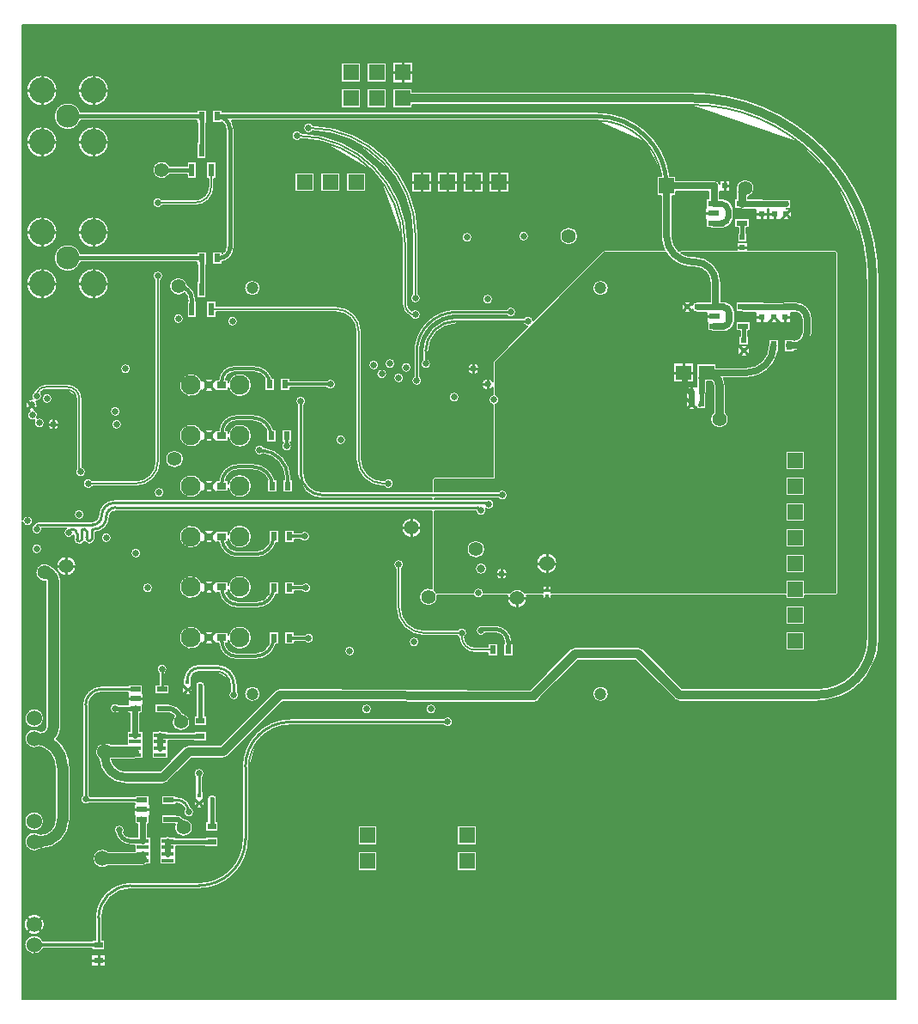
<source format=gbr>
G04 EasyPC Gerber Version 21.0.3 Build 4286 *
G04 #@! TF.Part,Single*
G04 #@! TF.FileFunction,Copper,L1,Top *
G04 #@! TF.FilePolarity,Positive *
%FSLAX35Y35*%
%MOIN*%
G04 #@! TA.AperFunction,SMDPad*
%ADD122R,0.01200X0.01200*%
%ADD113R,0.02000X0.02400*%
%ADD85R,0.02300X0.05000*%
%ADD86R,0.02400X0.03500*%
G04 #@! TA.AperFunction,ComponentPad*
%ADD130R,0.06000X0.06000*%
G04 #@! TD.AperFunction*
%ADD17C,0.00500*%
%ADD117C,0.00800*%
%ADD116C,0.00900*%
%ADD18C,0.01000*%
%ADD132C,0.01100*%
%ADD21C,0.01200*%
%ADD108C,0.01600*%
%ADD90C,0.01800*%
%ADD71C,0.02000*%
%ADD131C,0.02400*%
%ADD22C,0.02600*%
%ADD15C,0.02800*%
%ADD20C,0.03000*%
G04 #@! TA.AperFunction,ViaPad*
%ADD12C,0.03200*%
G04 #@! TD.AperFunction*
%ADD134C,0.03300*%
%ADD133C,0.04400*%
G04 #@! TA.AperFunction,ComponentPad*
%ADD121C,0.04724*%
G04 #@! TA.AperFunction,ViaPad*
%ADD107C,0.05600*%
G04 #@! TA.AperFunction,WasherPad*
%ADD119C,0.06000*%
G04 #@! TA.AperFunction,ComponentPad*
%ADD126C,0.07600*%
%ADD123C,0.09055*%
%ADD124C,0.10039*%
G04 #@! TA.AperFunction,SMDPad*
%ADD129R,0.01831X0.01575*%
%ADD127R,0.04800X0.01600*%
%ADD84R,0.02400X0.02000*%
%ADD128R,0.04134X0.02165*%
%ADD120R,0.04331X0.02362*%
%ADD87R,0.03500X0.02400*%
%ADD125R,0.03500X0.02800*%
%ADD106R,0.06000X0.05500*%
G04 #@! TA.AperFunction,WasherPad*
%ADD118C,0.19700*%
X0Y0D02*
D02*
D12*
X180750Y169750D03*
X273250Y227750D02*
Y240750D01*
G75*
G03X268250Y245750I-5000*
G01*
D02*
D15*
X252750Y318250D02*
Y298750D01*
G75*
G03X262750Y288750I10000*
G01*
X263750*
G75*
G02X271750Y280750J-8000*
G01*
Y271608*
G75*
G02X271435Y271293I-315*
G01*
X252750Y318250D02*
X271250D01*
Y311608*
D02*
D17*
X2750Y187800D02*
Y2750D01*
X341750*
Y380750*
X2750*
Y188700*
G75*
G02X6800Y188250I2000J-450*
G01*
G75*
G02X2750Y187800I-2050*
G01*
X25900Y209194D02*
G75*
G02X27300Y207250I-650J-1944D01*
G01*
G75*
G02X23200I-2050*
G01*
G75*
G02X23600Y208467I2050*
G01*
Y235750*
G75*
G03X20250Y239100I-3350*
G01*
X11750*
G75*
G03X9811Y238078J-2350*
G01*
G75*
G02X8095Y234706I-1561J-1328*
G01*
G75*
G02X7354Y231175I-1845J-1456*
G01*
G75*
G02X8337Y228085I-704J-1925*
G01*
G75*
G02X11300Y226250I913J-1835*
G01*
G75*
G02X7200I-2050*
G01*
G75*
G02X7563Y227415I2050J0*
G01*
G75*
G02X5579Y230998I-913J1835*
G01*
G75*
G02X6568Y235578I671J2252*
G01*
G75*
G02X7511Y238662I1682J1172*
G01*
G75*
G02X11750Y241400I4239J-1912*
G01*
X20250*
G75*
G02X25900Y235750J-5650*
G01*
Y209194*
X53200Y283250D02*
G75*
G02X57300I2050D01*
G01*
G75*
G02X56400Y281553I-2050*
G01*
Y211250*
G75*
G02X46750Y201600I-9650*
G01*
X29947*
G75*
G02X26200Y202750I-1697J1150*
G01*
G75*
G02X29947Y203900I2050*
G01*
X46750*
G75*
G03X54100Y211250J7350*
G01*
Y281553*
G75*
G02X53200Y283250I1150J1697*
G01*
X53700Y199250D02*
G75*
G02X57800I2050D01*
G01*
G75*
G02X53700I-2050*
G01*
X318250Y293250D02*
G75*
G02X319250Y292250J-1000D01*
G01*
Y160250*
G75*
G02X318250Y159250I-1000*
G01*
X306500*
Y158000*
X299000*
Y159250*
X207900*
Y157400*
X204600*
Y159250*
X198468*
G75*
G02X198600Y158250I-3718J-999*
G01*
G75*
G02X190900I-3850*
G01*
G75*
G02X191032Y159250I3850J0*
G01*
X181800*
G75*
G02X181556Y159280I0J1000*
G01*
G75*
G02X177944I-1806J970*
G01*
G75*
G02X177700Y159250I-244J970*
G01*
X163765*
G75*
G02X163800Y158750I-3515J-500*
G01*
G75*
G02X156700I-3550*
G01*
G75*
G02X161750Y161968I3550*
G01*
Y192152*
X38912*
G75*
G02X38848Y192150I-64J1295*
G01*
G75*
G03X36550Y189850I2J-2300*
G01*
G75*
G03Y189848I2313J-1*
G01*
G75*
G02X36549Y189803I-1301*
G01*
Y189697*
G75*
G02X36550Y189652I-1300J-45*
G01*
G75*
G02Y189650I-6015J-1*
G01*
G75*
G02X30951Y183757I-5900*
G01*
Y181451*
G75*
G02X30949Y181383I-1303J-4*
G01*
G75*
G02X28909Y179165I-2299J67*
G01*
G75*
G02X28435Y179157I-259J1286*
G01*
G75*
G02X26774Y180208I416J2493*
G01*
G75*
G02X24850Y178950I-1924J842*
G01*
G75*
G02X22551Y181181J2300*
G01*
G75*
G02X22549Y181250I1297J72*
G01*
Y182767*
G75*
G02X18700Y183750I-1799J983*
G01*
G75*
G02X19606Y185451I2050*
G01*
X10248*
G75*
G02X10300Y184990I-1998J-460*
G01*
G75*
G02X6200I-2050*
G01*
G75*
G02X7171Y186733I2050*
G01*
G75*
G02X9250Y188050I2079J-983*
G01*
G75*
G02X9295Y188049J-1301*
G01*
X29906*
G75*
G02X29951Y188050I45J-1300*
G01*
G75*
G03X32150Y190250J2200*
G01*
Y190250*
Y190250*
G75*
G02X38451Y196550I6301*
G01*
G75*
G02X38496Y196549J-1301*
G01*
X161750*
Y196893*
X119250*
G75*
G02X109393Y206750J9857*
G01*
Y233187*
G75*
G02X108669Y234750I1326J1563*
G01*
G75*
G02X112769I2050*
G01*
G75*
G02X112107Y233242I-2050*
G01*
Y206750*
G75*
G03X119250Y199607I7143*
G01*
X161750*
Y204250*
G75*
G02X162750Y205250I1000*
G01*
X185250*
Y233262*
Y233262*
G75*
G02Y237238I500J1988*
G01*
Y240015*
G75*
G02X180900Y241250I-2000J1235*
G01*
G75*
G02X185250Y242485I2350*
G01*
Y249750*
G75*
G02X185543Y250457I1000*
G01*
X198789Y263704*
G75*
G02X197245Y264550I119J2046*
G01*
X170900*
G75*
G03X160450Y254100J-10450*
G01*
Y250912*
G75*
G02X161300Y249250I-1200J-1662*
G01*
G75*
G02X157200I-2050*
G01*
G75*
G02X158050Y250912I2050*
G01*
Y254100*
G75*
G02X170900Y266950I12850*
G01*
X197245*
G75*
G02X200954Y265869I1662J-1200*
G01*
X228043Y292957*
G75*
G02X228751Y293250I707J-707*
G01*
X251916*
G75*
G02X250600Y298750I10834J5499*
G01*
G75*
G02X250600Y298791I2161*
G01*
Y314500*
X249000*
Y322000*
X250821*
G75*
G03X225750Y343600I-25071J-3750*
G01*
X83994*
G75*
G02X84900Y340250I-5745J-3350*
G01*
Y294250*
G75*
G02X80199Y288680I-5650*
G01*
Y287750*
X76301*
Y292750*
X80199*
Y292100*
G75*
G03X81600Y294250I-949J2150*
G01*
Y340250*
G75*
G03X80199Y342975I-3350*
G01*
Y342750*
X76301*
Y347750*
X80199*
Y346900*
X225750*
G75*
G02X254154Y322000J-28650*
G01*
X256500*
Y320400*
X271250*
G75*
G02X272158Y320199J-2150*
G01*
X273000*
Y319499*
G75*
G02X273199Y319158I-1748J-1249*
G01*
Y320500*
X277301*
Y316000*
X273400*
Y313357*
X274152*
G75*
G02X278759Y308750J-4607*
G01*
Y306250*
G75*
G02X274215Y301706I-4544*
G01*
X270935*
G75*
G02X270091Y301882J2108*
G01*
X268020*
Y305321*
X267719*
Y309785*
X268020*
Y313224*
X269100*
Y316100*
X256500*
Y314500*
X254900*
Y298791*
G75*
G02X254900Y298750I-2161J-41*
G01*
G75*
G03X257557Y292863I7850*
G01*
G75*
G02X258348Y293250I791J-613*
G01*
X279902*
Y296301*
X284402*
Y293250*
X318250*
X175400Y247250D02*
G75*
G02X180100I2350D01*
G01*
G75*
G02X175400I-2350*
G01*
X168200Y236250D02*
G75*
G02X172300I2050D01*
G01*
G75*
G02X168200I-2050*
G01*
X88827Y278620D02*
G75*
G02X95051I3112D01*
G01*
G75*
G02X88827I-3112*
G01*
X153863Y269760D02*
G75*
G02X157300Y268250I1387J-1510D01*
G01*
G75*
G02X153358Y267460I-2050*
G01*
G75*
G02X150100Y272250I1892J4790*
G01*
Y295750*
G75*
G03X110923Y336566I-40850J0*
G01*
G75*
G02X107200Y337750I-1673J1184*
G01*
G75*
G02X110970Y338866I2050*
G01*
G75*
G02X152400Y295750I-1720J-43117*
G01*
Y272250*
G75*
G03X153863Y269760I2850*
G01*
X118500Y323500D02*
X126000D01*
Y316000*
X118500*
Y323500*
X128500D02*
X136000D01*
Y316000*
X128500*
Y323500*
X137015Y248750D02*
G75*
G02X141115I2050D01*
G01*
G75*
G02X137015I-2050*
G01*
X140165Y245250D02*
G75*
G02X144265I2050D01*
G01*
G75*
G02X140165I-2050*
G01*
X143314Y249250D02*
G75*
G02X147414I2050D01*
G01*
G75*
G02X143314I-2050*
G01*
X146700Y243750D02*
G75*
G02X150800I2050D01*
G01*
G75*
G02X146700I-2050*
G01*
X149613Y247850D02*
G75*
G02X153713I2050D01*
G01*
G75*
G02X149613I-2050*
G01*
X190588Y270450D02*
G75*
G02X194300Y269250I1662J-1200D01*
G01*
G75*
G02X190588Y268050I-2050*
G01*
X171250*
G75*
G03X156950Y253750J-14300*
G01*
Y244412*
G75*
G02X157800Y242750I-1200J-1662*
G01*
G75*
G02X153700I-2050*
G01*
G75*
G02X154550Y244412I2050*
G01*
Y253750*
G75*
G02X171250Y270450I16700*
G01*
X190588*
X108500Y323500D02*
X116000D01*
Y316000*
X108500*
Y323500*
X156400Y276447D02*
G75*
G02X157300Y274750I-1150J-1697D01*
G01*
G75*
G02X153200I-2050*
G01*
G75*
G02X154100Y276447I2050*
G01*
Y299250*
G75*
G03X115423Y339565I-40350J0*
G01*
G75*
G02X111700Y340750I-1673J1185*
G01*
G75*
G02X115470Y341865I2050*
G01*
G75*
G02X156400Y299250I-1721J-42616*
G01*
Y276447*
X153699Y323801D02*
X161801D01*
Y315699*
X153699*
Y323801*
X163699D02*
X171801D01*
Y315699*
X163699*
Y323801*
X173200Y298250D02*
G75*
G02X177300I2050D01*
G01*
G75*
G02X173200I-2050*
G01*
X173699Y323801D02*
X181801D01*
Y315699*
X173699*
Y323801*
X181200Y274250D02*
G75*
G02X185300I2050D01*
G01*
G75*
G02X181200I-2050*
G01*
X183699Y323801D02*
X191801D01*
Y315699*
X183699*
Y323801*
X195200Y298750D02*
G75*
G02X199300I2050D01*
G01*
G75*
G02X195200I-2050*
G01*
X211200D02*
G75*
G02X218300I3550D01*
G01*
G75*
G02X211200I-3550*
G01*
X299000Y145500D02*
X306500D01*
Y138000*
X299000*
Y145500*
Y155500D02*
X306500D01*
Y148000*
X299000*
Y155500*
X192801Y140750D02*
X193199D01*
Y135750*
X189301*
Y140750*
X189699*
Y141250*
G75*
G02X189700Y141300I1555J1*
G01*
G75*
G03X186300Y144700I-3450J-50*
G01*
G75*
G02X186250Y144699I-50J1554*
G01*
X182511*
G75*
G02X178699Y145750I-1761J1051*
G01*
G75*
G02X181003Y147785I2051*
G01*
G75*
G02X181128Y147796I250J-2037*
G01*
G75*
G02X181250Y147801I121J-1546*
G01*
X186250*
G75*
G02X186319Y147800I-1J-1552*
G01*
G75*
G02X192800Y141319I-69J-6550*
G01*
G75*
G02X192801Y141250I-1550J-70*
G01*
Y140750*
X44700Y175750D02*
G75*
G02X48800I2050D01*
G01*
G75*
G02X44700I-2050*
G01*
X49200Y162250D02*
G75*
G02X53300I2050D01*
G01*
G75*
G02X49200I-2050*
G01*
X69250Y106699D02*
X74250D01*
Y102801*
X69250*
Y103100*
X59199*
Y95900*
X52900*
Y106600*
X54867*
G75*
G02X57089Y106700I1183J-1550*
G01*
X57550*
G75*
G02X58115Y106600J-1650*
G01*
X59199*
Y106400*
X69250*
Y106699*
X65093Y113698D02*
G75*
G02X67800Y110250I-843J-3448D01*
G01*
G75*
G02X60700I-3550*
G01*
G75*
G02X61593Y112604I3550J0*
G01*
G75*
G03X59685Y113691I-2604J-2355*
G01*
Y113677*
X54051*
Y117343*
X59685*
Y117225*
G75*
G02X65093Y113698I-695J-6976*
G01*
X58168Y124823D02*
X59685D01*
Y121157*
X54051*
Y124823*
X55568*
Y129165*
G75*
G02X54818Y130750I1300J1585*
G01*
G75*
G02X58918I2050*
G01*
G75*
G02X58168Y129165I-2050*
G01*
Y124823*
X98301Y145250D02*
X102199D01*
Y140250*
X101217*
G75*
G02X93250Y134400I-7967J2500*
G01*
X85750*
G75*
G02X78838Y140801J6933*
G01*
X77868*
Y140500*
X72266*
Y141081*
G75*
G02X63567Y142950I-4148J1869*
G01*
G75*
G02X72266Y144819I4550*
G01*
Y145400*
X77868*
Y145100*
X82667*
Y143899*
G75*
G02X91667Y142950I4450J-949*
G01*
G75*
G02X82667Y142001I-4550*
G01*
Y140801*
X81551*
G75*
G03X85750Y137100I4199J531*
G01*
X93250*
G75*
G03X98317Y140250J5650*
G01*
X98301*
Y145250*
X88827Y121140D02*
G75*
G02X95051I3112D01*
G01*
G75*
G02X88827I-3112*
G01*
X86207Y122192D02*
G75*
G02X86800Y120750I-1457J-1442D01*
G01*
G75*
G02X82700I-2050*
G01*
G75*
G02X83293Y122192I2050*
G01*
Y124750*
G75*
G03X78250Y129793I-5043*
G01*
X71250*
G75*
G03X68270Y127362J-3043*
G01*
X68427*
Y124514*
X68726*
Y120837*
X64797*
Y124514*
X65096*
Y127362*
X65324*
G75*
G02X71250Y132707I5926J-612*
G01*
X78250*
G75*
G02X86207Y124750J-7957*
G01*
Y122192*
X73546Y112699D02*
X74250D01*
Y108801*
X69250*
Y112699*
X69931*
Y124250*
G75*
G02X70073Y124952I1807*
G01*
Y125787*
X70788*
G75*
G02X72689I950J-1537*
G01*
X73404*
Y124952*
G75*
G02X73546Y124250I-1665J-702*
G01*
Y112699*
X98301Y164750D02*
X102199D01*
Y159750*
X101191*
G75*
G02X93750Y154400I-7441J2500*
G01*
X86250*
G75*
G02X78957Y160400J7433*
G01*
X77868*
Y160100*
X72266*
Y160681*
G75*
G02X63567Y162550I-4148J1869*
G01*
G75*
G02X72266Y164419I4550*
G01*
Y165000*
X77868*
Y164699*
X82667*
Y163499*
G75*
G02X91667Y162550I4450J-949*
G01*
G75*
G02X82667Y161601I-4550*
G01*
Y160400*
X81739*
G75*
G03X86250Y157100I4511J1433*
G01*
X93750*
G75*
G03X98301Y159840J5150*
G01*
Y164750*
Y184750D02*
X102199D01*
Y179750*
X101217*
G75*
G02X93250Y173900I-7967J2500*
G01*
X86250*
G75*
G02X78938Y180000J7433*
G01*
X77868*
Y179699*
X72266*
Y180281*
G75*
G02X63567Y182150I-4148J1869*
G01*
G75*
G02X72266Y184019I4550*
G01*
Y184600*
X77868*
Y184301*
X82667*
Y183099*
G75*
G02X91667Y182150I4450J-949*
G01*
G75*
G02X82667Y181201I-4550*
G01*
Y180000*
X81709*
G75*
G03X86250Y176600I4541J1333*
G01*
X93250*
G75*
G03X98317Y179750J5650*
G01*
X98301*
Y184750*
X112207Y144100D02*
G75*
G02X115800Y142750I1543J-1350D01*
G01*
G75*
G02X112207Y141400I-2050*
G01*
X108199*
Y140250*
X104301*
Y145250*
X108199*
Y144100*
X112207*
X111207Y163600D02*
G75*
G02X114800Y162250I1543J-1350D01*
G01*
G75*
G02X111207Y160900I-2050*
G01*
X108199*
Y159750*
X104301*
Y164750*
X108199*
Y163600*
X111207*
X110707Y183600D02*
G75*
G02X114300Y182250I1543J-1350D01*
G01*
G75*
G02X110707Y180900I-2050*
G01*
X108199*
Y179750*
X104301*
Y184750*
X108199*
Y183600*
X110707*
X127700Y137750D02*
G75*
G02X131800I2050D01*
G01*
G75*
G02X127700I-2050*
G01*
X183301Y140750D02*
X187199D01*
Y135750*
X183301*
Y137100*
X178250*
G75*
G02X172103Y143051J6150*
G01*
G75*
G02X171553Y143600I1147J1700*
G01*
X158750*
G75*
G02X147600Y154750J11150*
G01*
Y169553*
G75*
G02X146700Y171250I1150J1697*
G01*
G75*
G02X150800I2050*
G01*
G75*
G02X149900Y169553I-2050*
G01*
Y154750*
G75*
G03X158750Y145900I8850*
G01*
X171553*
G75*
G02X175300Y144750I1697J-1150*
G01*
G75*
G02X174405Y143056I-2050*
G01*
G75*
G03X178250Y139400I3845J194*
G01*
X183301*
Y140750*
X152700Y141250D02*
G75*
G02X156800I2050D01*
G01*
G75*
G02X152700I-2050*
G01*
X149900Y185549D02*
G75*
G02X157600I3850D01*
G01*
G75*
G02X149900I-3850*
G01*
X33200Y181750D02*
G75*
G02X37300I2050D01*
G01*
G75*
G02X33200I-2050*
G01*
X262250Y354807D02*
G75*
G02X335307Y281750J-73057D01*
G01*
Y142250*
G75*
G02X311250Y118193I-24057*
G01*
X257754*
G75*
G02X255942Y118942I-3J2557*
G01*
X240691Y134193*
X218309*
X203726Y119609*
G75*
G02X201237Y117693I-2476J641*
G01*
X103804Y118187*
X82558Y96942*
G75*
G02X80746Y96193I-1809J1808*
G01*
X68309*
X59058Y86942*
G75*
G02X57246Y86193I-1809J1808*
G01*
X42750*
G75*
G02X32220Y95980J10557*
G01*
G75*
G02X37067Y101700I2530J2770*
G01*
X43301*
Y106600*
X44500*
Y113677*
X43815*
Y113960*
X40092*
G75*
G02X36700Y115510I-1342J1550*
G01*
G75*
G02X40092Y117060I2050*
G01*
X43815*
Y117116*
X43514*
Y121384*
X43815*
Y121690*
X33490*
G75*
G03X28550Y116750J-4940*
G01*
Y81835*
G75*
G02X29017Y81289I-1300J-1585*
G01*
X46315*
Y81823*
X51949*
Y78384*
X52250*
Y74116*
X51949*
Y70677*
X51400*
Y65600*
X52600*
Y54900*
X50633*
G75*
G02X49793Y54530I-1183J1550*
G01*
G75*
G02X48650Y54300I-1143J2720*
G01*
X36065*
G75*
G02X30000Y57250I-2315J2950*
G01*
G75*
G02X36065Y60200I3750*
G01*
X46301*
Y62500*
X44450*
G75*
G02X38914Y66695J5750*
G01*
G75*
G02X38200Y68250I1336J1555*
G01*
G75*
G02X42300I2050*
G01*
G75*
G02X42014Y67206I-2050*
G01*
G75*
G03X44450Y65600I2436J1044*
G01*
X46301*
Y65600*
X47500*
Y70677*
X46315*
Y74116*
X46014*
Y78384*
X46315*
Y78691*
X28581*
G75*
G02X25200Y80250I-1331J1559*
G01*
G75*
G02X25950Y81835I2050*
G01*
Y116750*
G75*
G02X33490Y124290I7540*
G01*
X43815*
Y124823*
X49449*
Y121384*
X49750*
Y117116*
X49449*
Y113677*
X48400*
Y106600*
X49600*
Y95900*
X46510*
G75*
G02X45750Y95800I-760J2851*
G01*
X37391*
G75*
G03X42750Y91307I5359J950*
G01*
X56191*
X65442Y100558*
G75*
G02X67254Y101307I1809J-1808*
G01*
X79691*
X100942Y122558*
G75*
G02X102765Y123307I1809J-1808*
G01*
X199698Y122815*
X215442Y138558*
G75*
G02X217254Y139307I1809J-1808*
G01*
X241746*
G75*
G02X243558Y138558I3J-2557*
G01*
X258809Y123307*
X311250*
G75*
G03X330193Y142250J18943*
G01*
Y281750*
G75*
G03X262250Y349693I-67943*
G01*
X154000*
Y348500*
X146500*
Y356000*
X154000*
Y354807*
X262250*
X279043Y305744D02*
X284874D01*
Y301882*
X283702*
Y300000*
X284100*
Y296500*
X280203*
Y300000*
X280602*
Y301882*
X279043*
Y305744*
X299219Y309301D02*
X301402D01*
Y305199*
X292402*
Y309300*
X291902*
Y305199*
X287402*
Y309143*
X282619*
G75*
G02X280804Y309362I-661J2151*
G01*
X279043*
Y313224*
X279709*
Y315959*
G75*
G02X279763Y316577I3541J1*
G01*
G75*
G02X279699Y317250I3488J672*
G01*
G75*
G02X286801I3551*
G01*
G75*
G02X284209Y313831I-3551*
G01*
Y313357*
X289652*
G75*
G02X290451Y313200J-2107*
G01*
X299152*
G75*
G02X300012Y313000J-1950*
G01*
X301100*
Y311318*
G75*
G02Y311182I-1945J-68*
G01*
Y309500*
X300012*
G75*
G02X299219Y309301I-860J1750*
G01*
X224024Y121140D02*
G75*
G02X230248I3112D01*
G01*
G75*
G02X224024I-3112*
G01*
X134200Y115250D02*
G75*
G02X138300I2050D01*
G01*
G75*
G02X134200I-2050*
G01*
X159200D02*
G75*
G02X163300I2050D01*
G01*
G75*
G02X159200I-2050*
G01*
X171500Y60000D02*
X179000D01*
Y52500*
X171500*
Y60000*
Y70000D02*
X179000D01*
Y62500*
X171500*
Y70000*
X166165Y111550D02*
G75*
G02X169800Y110250I1585J-1300D01*
G01*
G75*
G02X166165Y108950I-2050*
G01*
X106750*
G75*
G03X90550Y92750J-16200*
G01*
Y64750*
G75*
G02X71250Y45450I-19300*
G01*
X44750*
G75*
G03X33550Y34250J-11200*
G01*
Y25699*
X34750*
Y21801*
X29750*
Y22243*
X10655*
G75*
G02X3500Y23813I-3405J1570*
G01*
G75*
G02X10711Y25257I3750*
G01*
X29750*
Y25699*
X30950*
Y34250*
G75*
G02X44750Y48050I13800*
G01*
X71250*
G75*
G03X87950Y64750J16700*
G01*
Y92750*
G75*
G02X106750Y111550I18800*
G01*
X166165*
X133000Y60000D02*
X140500D01*
Y52500*
X133000*
Y60000*
Y70000D02*
X140500D01*
Y62500*
X133000*
Y70000*
X29451Y20000D02*
X35049D01*
Y15500*
X29451*
Y20000*
X69200Y90250D02*
G75*
G02X73300I2050D01*
G01*
G75*
G02X72707Y88808I-2050*
G01*
Y83362*
X72927*
Y80514*
X73226*
Y76837*
X69297*
Y80514*
X69596*
Y83362*
X69793*
Y88808*
G75*
G02X69200Y90250I1457J1442*
G01*
X78046Y71699D02*
X78750D01*
Y67801*
X73750*
Y71699*
X74431*
Y80250*
G75*
G02X74573Y80952I1807*
G01*
Y81787*
X75288*
G75*
G02X77189I950J-1537*
G01*
X77904*
Y80952*
G75*
G02X78046Y80250I-1665J-702*
G01*
Y71699*
X73750Y65699D02*
X78750D01*
Y61801*
X73750*
Y62100*
X62199*
Y54900*
X55900*
Y65600*
X57867*
G75*
G02X60233I1183J-1550*
G01*
X62199*
Y65400*
X73750*
Y65699*
X65537Y72789D02*
G75*
G02X68800Y69250I-287J-3539D01*
G01*
G75*
G02X61700I-3550*
G01*
G75*
G02X62000Y70677I3550J0*
G01*
X56551*
Y74343*
X62185*
Y74256*
G75*
G02X65537Y72789I-194J-5006*
G01*
X68285Y77020D02*
G75*
G02X69300Y75250I-1035J-1770D01*
G01*
G75*
G02X65200I-2050*
G01*
G75*
G02X65685Y76574I2050*
G01*
G75*
G03X62510Y78690I-3175J-1324*
G01*
X62185*
Y78157*
X56551*
Y81823*
X62185*
Y81290*
X62510*
G75*
G02X68285Y77020J-6040*
G01*
X15900Y170750D02*
G75*
G02X23600I3850D01*
G01*
G75*
G02X15900I-3850*
G01*
X6200Y177431D02*
G75*
G02X10300I2050D01*
G01*
G75*
G02X6200I-2050*
G01*
X21200Y72250D02*
G75*
G02X9813Y60863I-11387D01*
G01*
X9565*
G75*
G02X3500Y63813I-2315J2950*
G01*
G75*
G02X9565Y66763I3750J0*
G01*
X9813*
G75*
G03X15300Y72250J5487*
G01*
Y92813*
G75*
G03X9215Y100619I-8050J0*
G01*
G75*
G02X3500Y103813I-1965J3194*
G01*
G75*
G02X9565Y106763I3750J0*
G01*
X10313*
G75*
G03X11800Y108250J1487*
G01*
Y164727*
G75*
G02X7810Y168250I-440J3523*
G01*
G75*
G02X13999Y170625I3550*
G01*
G75*
G02X17700Y164860I-2639J-5765*
G01*
Y108250*
G75*
G02X16070Y103621I-7387*
G01*
G75*
G02X21200Y92813I-8820J-10808*
G01*
Y72250*
X22700Y190750D02*
G75*
G02X26800I2050D01*
G01*
G75*
G02X22700I-2050*
G01*
X10200Y235750D02*
G75*
G02X14300I2050D01*
G01*
G75*
G02X10200I-2050*
G01*
X12400Y225750D02*
G75*
G02X17100I2350D01*
G01*
G75*
G02X12400I-2350*
G01*
X10250Y286320D02*
G75*
G02X16320Y280250J-6070D01*
G01*
G75*
G02X10250Y274180I-6070*
G01*
G75*
G02X4180Y280250J6070*
G01*
G75*
G02X10250Y286320I6070*
G01*
Y306320D02*
G75*
G02X16320Y300250J-6070D01*
G01*
G75*
G02X10250Y294180I-6070*
G01*
G75*
G02X4180Y300250J6070*
G01*
G75*
G02X10250Y306320I6070*
G01*
X70301Y292750D02*
X74199D01*
Y287750*
X73900*
Y281348*
X74152*
Y274848*
X70348*
Y281348*
X70600*
Y287750*
X70301*
Y288600*
X25263*
G75*
G02X14972Y290250I-5013J1650*
G01*
G75*
G02X25263Y291900I5278*
G01*
X70301*
Y292750*
X143053Y203900D02*
G75*
G02X146800Y202750I1697J-1150D01*
G01*
G75*
G02X143053Y201600I-2050*
G01*
X142750*
G75*
G02X132100Y212250J10650*
G01*
Y261750*
G75*
G03X124600Y269250I-7500*
G01*
X77900*
Y267152*
X74100*
Y273652*
X77900*
Y271550*
X124600*
G75*
G02X134400Y261750J-9800*
G01*
Y212250*
G75*
G03X142750Y203900I8350*
G01*
X143053*
X82200Y265750D02*
G75*
G02X86300I2050D01*
G01*
G75*
G02X82200I-2050*
G01*
X120707Y242600D02*
G75*
G02X124300Y241250I1543J-1350D01*
G01*
G75*
G02X120707Y239900I-2050*
G01*
X106699*
Y238750*
X102801*
Y243750*
X106699*
Y242600*
X120707*
X124200Y219750D02*
G75*
G02X128300I2050D01*
G01*
G75*
G02X124200I-2050*
G01*
X106647Y218750D02*
G75*
G02X107300Y217250I-1397J-1500D01*
G01*
G75*
G02X103200I-2050*
G01*
G75*
G02X103853Y218750I2050*
G01*
X103301*
Y223750*
X107199*
Y218750*
X106647*
X36700Y230750D02*
G75*
G02X40800I2050D01*
G01*
G75*
G02X36700I-2050*
G01*
X37200Y225738D02*
G75*
G02X41300I2050D01*
G01*
G75*
G02X37200I-2050*
G01*
X40700Y247250D02*
G75*
G02X44800I2050D01*
G01*
G75*
G02X40700I-2050*
G01*
X58200Y212250D02*
G75*
G02X65300I3550D01*
G01*
G75*
G02X58200I-3550*
G01*
X100739Y204250D02*
X101699D01*
Y199250*
X97801*
Y204250*
X97869*
G75*
G03X92250Y207900I-5619J-2500*
G01*
X86250*
G75*
G03X81574Y203900J-4733*
G01*
X82667*
Y202699*
G75*
G02X91667Y201750I4450J-949*
G01*
G75*
G02X82667Y200801I-4550*
G01*
Y199600*
X77868*
Y199301*
X72266*
Y199881*
G75*
G02X63567Y201750I-4148J1869*
G01*
G75*
G02X72266Y203619I4550*
G01*
Y204199*
X77868*
Y203900*
X78854*
G75*
G02X86250Y210600I7396J-732*
G01*
X92250*
G75*
G02X100739Y204250I0J-8850*
G01*
X70150Y273652D02*
X70400D01*
Y267152*
X66600*
Y273652*
X66850*
Y274000*
G75*
G03X65677Y276659I-3600*
G01*
G75*
G02X59700Y279250I-2427J2591*
G01*
G75*
G02X66728Y279959I3550*
G01*
G75*
G02X70150Y274000I-3479J-5959*
G01*
Y273652*
X61200Y266750D02*
G75*
G02X65300I2050D01*
G01*
G75*
G02X61200I-2050*
G01*
X100217Y223750D02*
X101199D01*
Y218750*
X97301*
Y223750*
X97317*
G75*
G03X92250Y226900I-5067J-2500*
G01*
X85667*
G75*
G03X81586Y223500J-4150*
G01*
X82667*
Y222299*
G75*
G02X91667Y221350I4450J-949*
G01*
G75*
G02X82667Y220401I-4550*
G01*
Y219199*
X77868*
Y218900*
X72266*
Y219481*
G75*
G02X63567Y221350I-4148J1869*
G01*
G75*
G02X72266Y223219I4550*
G01*
Y223801*
X77868*
Y223500*
X78859*
G75*
G02X85667Y229600I6809J-750*
G01*
X92250*
G75*
G02X100217Y223750J-8350*
G01*
X107100Y204250D02*
X107699D01*
Y199250*
X103801*
Y204250*
X104400*
Y204750*
G75*
G03X96191Y214292I-9650*
G01*
G75*
G02X92700Y215750I-1441J1458*
G01*
G75*
G02X96381Y216992I2050*
G01*
G75*
G02X107100Y204750I-1631J-12242*
G01*
Y204250*
X99662Y243750D02*
X100699D01*
Y238750*
X96801*
Y243533*
G75*
G03X92750Y245900I-4051J-2283*
G01*
X84750*
G75*
G03X81546Y243100J-3233*
G01*
X82667*
Y241899*
G75*
G02X91667Y240950I4450J-949*
G01*
G75*
G02X82667Y240001I-4550*
G01*
Y238801*
X77868*
Y238500*
X72266*
Y239081*
G75*
G02X63567Y240950I-4148J1869*
G01*
G75*
G02X72266Y242819I4550*
G01*
Y243400*
X77868*
Y243100*
X78833*
G75*
G02X84750Y248600I5917J-433*
G01*
X92750*
G75*
G02X99662Y243750J-7350*
G01*
X30250Y286320D02*
G75*
G02X36320Y280250J-6070D01*
G01*
G75*
G02X30250Y274180I-6070*
G01*
G75*
G02X24180Y280250J6070*
G01*
G75*
G02X30250Y286320I6070*
G01*
X10250Y341320D02*
G75*
G02X16320Y335250J-6070D01*
G01*
G75*
G02X10250Y329180I-6070*
G01*
G75*
G02X4180Y335250J6070*
G01*
G75*
G02X10250Y341320I6070*
G01*
Y361320D02*
G75*
G02X16320Y355250J-6070D01*
G01*
G75*
G02X10250Y349180I-6070*
G01*
G75*
G02X4180Y355250J6070*
G01*
G75*
G02X10250Y361320I6070*
G01*
X70301Y347750D02*
X74199D01*
Y342750*
X73900*
Y335348*
X74152*
Y328848*
X70348*
Y335348*
X70600*
Y342750*
X70301*
Y343600*
X25263*
G75*
G02X14972Y345250I-5013J1650*
G01*
G75*
G02X25263Y346900I5278*
G01*
X70301*
Y347750*
X74100Y327652D02*
X77900D01*
Y321152*
X77150*
Y318000*
G75*
G02X69750Y310600I-7400*
G01*
X56947*
G75*
G02X53200Y311750I-1697J1150*
G01*
G75*
G02X56947Y312900I2050*
G01*
X69750*
G75*
G03X74850Y318000J5100*
G01*
Y321152*
X74100*
Y327652*
X66600D02*
X70400D01*
Y321152*
X66600*
Y322750*
X59893*
G75*
G02X53200Y324400I-3143J1650*
G01*
G75*
G02X59893Y326050I3550*
G01*
X66600*
Y327652*
X30250Y306320D02*
G75*
G02X36320Y300250J-6070D01*
G01*
G75*
G02X30250Y294180I-6070*
G01*
G75*
G02X24180Y300250J6070*
G01*
G75*
G02X30250Y306320I6070*
G01*
Y341320D02*
G75*
G02X36320Y335250J-6070D01*
G01*
G75*
G02X30250Y329180I-6070*
G01*
G75*
G02X24180Y335250J6070*
G01*
G75*
G02X30250Y341320I6070*
G01*
Y361320D02*
G75*
G02X36320Y355250J-6070D01*
G01*
G75*
G02X30250Y349180I-6070*
G01*
G75*
G02X24180Y355250J6070*
G01*
G75*
G02X30250Y361320I6070*
G01*
X126500Y356000D02*
X134000D01*
Y348500*
X126500*
Y356000*
Y366000D02*
X134000D01*
Y358500*
X126500*
Y366000*
X136500Y356000D02*
X144000D01*
Y348500*
X136500*
Y356000*
Y366000D02*
X144000D01*
Y358500*
X136500*
Y366000*
X146199Y366301D02*
X154301D01*
Y358199*
X146199*
Y366301*
X7250Y35737D02*
G75*
G02X11300Y31687J-4050D01*
G01*
G75*
G02X7250Y27637I-4050*
G01*
G75*
G02X3200Y31687J4050*
G01*
G75*
G02X7250Y35737I4050*
G01*
X3500Y71687D02*
G75*
G02X11000I3750D01*
G01*
G75*
G02X3500I-3750*
G01*
Y111687D02*
G75*
G02X11000I3750D01*
G01*
G75*
G02X3500I-3750*
G01*
X35049Y17750D02*
G36*
Y15500D01*
X29451*
Y17750*
X3000*
Y3000*
X341500*
Y17750*
X35049*
G37*
X33550Y31687D02*
G36*
Y25699D01*
X34750*
Y21801*
X29750*
Y22243*
X10655*
G75*
G02X3500Y23813I-3405J1570*
G01*
G75*
G02X10711Y25257I3750J0*
G01*
X29750*
Y25699*
X30950*
Y31687*
X11300*
G75*
G02X7250Y27637I-4050*
G01*
G75*
G02X3200Y31687J4050*
G01*
X3000*
Y17750*
X29451*
Y20000*
X35049*
Y17750*
X341500*
Y31687*
X33550*
G37*
X85625Y56250D02*
G36*
X62199D01*
Y54900*
X55900*
Y56250*
X52600*
Y54900*
X50633*
G75*
G02X49793Y54530I-1185J1555*
G01*
G75*
G02X48650Y54300I-1144J2725*
G01*
X36065*
G75*
G02X30136Y56250I-2315J2950*
G01*
X3000*
Y31687*
X3200*
G75*
G02X7250Y35737I4050*
G01*
G75*
G02X11300Y31687J-4050*
G01*
X30950*
Y34250*
G75*
G02X44750Y48050I13800*
G01*
X71250*
G75*
G03X85625Y56250I0J16700*
G01*
G37*
X179000D02*
G36*
Y52500D01*
X171500*
Y56250*
X140500*
Y52500*
X133000*
Y56250*
X88578*
G75*
G02X71250Y45450I-17327J8500*
G01*
X44750*
G75*
G03X33550Y34250J-11200*
G01*
Y31687*
X341500*
Y56250*
X179000*
G37*
X30136D02*
G36*
G75*
G02X30000Y57250I3615J1000D01*
G01*
G75*
G02X36065Y60200I3750*
G01*
X46301*
Y62500*
X44450*
G75*
G02X39059Y66250I0J5751*
G01*
X19491*
G75*
G02X9813Y60863I-9678J6000*
G01*
X9565*
G75*
G02X3500Y63813I-2315J2950*
G01*
G75*
G02X4400Y66250I3750J0*
G01*
X3000*
Y56250*
X30136*
G37*
X47500Y66250D02*
G36*
X42711D01*
G75*
G03X44450Y65600I1739J2000*
G01*
X46301*
Y65600*
X47500*
Y66250*
G37*
X87950D02*
G36*
X67148D01*
G75*
G02X63352I-1898J3000*
G01*
X51400*
Y65600*
X52600*
Y56250*
X55900*
Y65600*
X57867*
G75*
G02X60233I1183J-1550*
G01*
X62199*
Y65400*
X73750*
Y65699*
X78750*
Y61801*
X73750*
Y62100*
X62199*
Y56250*
X85625*
G75*
G03X87950Y64750I-14376J8500*
G01*
Y66250*
G37*
X179000D02*
G36*
Y62500D01*
X171500*
Y66250*
X140500*
Y62500*
X133000*
Y66250*
X90550*
Y64750*
Y64750*
G75*
G02X88578Y56250I-19300*
G01*
X133000*
Y60000*
X140500*
Y56250*
X171500*
Y60000*
X179000*
Y56250*
X341500*
Y66250*
X179000*
G37*
X15300Y74929D02*
G36*
X9134D01*
G75*
G02X11000Y71687I-1884J-3242*
G01*
G75*
G02X3500I-3750*
G01*
G75*
G02X5366Y74929I3750*
G01*
X3000*
Y66250*
X4400*
G75*
G02X9565Y66763I2850J-2437*
G01*
X9813*
G75*
G03X15300Y72250J5487*
G01*
Y74929*
G37*
X46014D02*
G36*
X21200D01*
Y72250*
Y72250*
G75*
G02X19491Y66250I-11387J0*
G01*
X39059*
G75*
G02X38914Y66695I5392J2002*
G01*
G75*
G02X38200Y68250I1336J1555*
G01*
G75*
G02X42300I2050*
G01*
G75*
G02X42014Y67206I-2052J0*
G01*
G75*
G03X42711Y66250I2435J1043*
G01*
X47500*
Y70677*
X46315*
Y74116*
X46014*
Y74929*
G37*
X87950D02*
G36*
X78046D01*
Y71699*
X78750*
Y67801*
X73750*
Y71699*
X74431*
Y74929*
X69275*
G75*
G02X65225I-2025J321*
G01*
X52250*
Y74116*
X51949*
Y70677*
X51400*
Y66250*
X63352*
G75*
G02X61700Y69250I1898J3000*
G01*
G75*
G02Y69251I3981J1*
G01*
G75*
G02X62000Y70677I3544*
G01*
X56551*
Y74343*
X62185*
Y74256*
G75*
G02X65537Y72789I-196J-5008*
G01*
G75*
G02X68800Y69250I-287J-3539*
G01*
G75*
G02X67148Y66250I-3550*
G01*
X87950*
Y74929*
G37*
X90550D02*
G36*
Y66250D01*
X133000*
Y70000*
X140500*
Y66250*
X171500*
Y70000*
X179000*
Y66250*
X341500*
Y74929*
X90550*
G37*
X15300Y84568D02*
G36*
X3000D01*
Y74929*
X5366*
G75*
G02X9134I1884J-3242*
G01*
X15300*
Y84568*
G37*
X46014Y74929D02*
G36*
Y78384D01*
X46315*
Y78691*
X28581*
G75*
G02X25200Y80250I-1331J1559*
G01*
Y80250*
G75*
G02X25950Y81835I2049*
G01*
Y84568*
X21200*
Y74929*
X46014*
G37*
X87950Y84568D02*
G36*
X72707D01*
Y83362*
X72927*
Y80514*
X73226*
Y76837*
X69297*
Y80514*
X69596*
Y83362*
X69793*
Y84568*
X28550*
Y81835*
G75*
G02X29017Y81289I-1307J-1591*
G01*
X46315*
Y81823*
X51949*
Y78384*
X52250*
Y74929*
X65225*
G75*
G02X65200Y75250I2025J320*
G01*
G75*
G02X65685Y76574I2051J0*
G01*
G75*
G03X62510Y78690I-3175J-1324*
G01*
X62185*
Y78157*
X56551*
Y81823*
X62185*
Y81290*
X62510*
G75*
G02X68285Y77020I0J-6040*
G01*
G75*
G02X69300Y75250I-1035J-1769*
G01*
Y75250*
G75*
G02X69275Y74929I-2050J0*
G01*
X74431*
Y80250*
Y80250*
G75*
G02X74573Y80952I1804*
G01*
Y81787*
X75288*
G75*
G02X77189I950J-1537*
G01*
X77904*
Y80952*
G75*
G02X78046Y80250I-1662J-702*
G01*
Y80250*
Y74929*
X87950*
Y84568*
G37*
X90550D02*
G36*
Y74929D01*
X341500*
Y84568*
X90550*
G37*
X15300D02*
G36*
Y92813D01*
Y92813*
G75*
G03X9215Y100619I-8050*
G01*
G75*
G02X4339Y101450I-1965J3194*
G01*
X3000*
Y84568*
X15300*
G37*
X25950Y101450D02*
G36*
X18205D01*
G75*
G02X21200Y92813I-10954J-8637*
G01*
Y92813*
Y84568*
X25950*
Y101450*
G37*
X90084D02*
G36*
X87066D01*
X82558Y96942*
G75*
G02X80746Y96193I-1808J1807*
G01*
X68309*
X59058Y86942*
G75*
G02X57246Y86193I-1808J1807*
G01*
X42750*
G75*
G02X32220Y95980I0J10558*
G01*
G75*
G02X30999Y98750I2530J2770*
G01*
G75*
G02X32145Y101450I3751J0*
G01*
X28550*
Y84568*
X69793*
Y88808*
G75*
G02X69200Y90250I1457J1442*
G01*
G75*
G02X73300I2050*
G01*
G75*
G02X72707Y88808I-2050*
G01*
Y84568*
X87950*
Y92750*
G75*
G02X90084Y101450I18801J-1*
G01*
G37*
X79833D02*
G36*
X59199D01*
Y95900*
X52900*
Y101450*
X49600*
Y95900*
X46510*
G75*
G02X45750Y95800I-763J2872*
G01*
X37391*
G75*
G03X42750Y91307I5359J950*
G01*
X56191*
X65442Y100558*
G75*
G02X67254Y101307I1808J-1807*
G01*
X79691*
X79833Y101450*
G37*
X93084D02*
G36*
G75*
G03X90550Y92750I13666J-8700D01*
G01*
Y84568*
X341500*
Y101450*
X93084*
G37*
X4339D02*
G36*
G75*
G02X3500Y103813I2911J2363D01*
G01*
G75*
G02X9565Y106763I3750J0*
G01*
X10313*
G75*
G03X11800Y108250J1487*
G01*
Y108250*
Y112021*
X10985*
G75*
G02X11000Y111687I-3735J-335*
G01*
G75*
G02X3500I-3750*
G01*
G75*
G02X3515Y112021I3750J0*
G01*
X3000*
Y101450*
X4339*
G37*
X25950Y112021D02*
G36*
X17700D01*
Y108250*
G75*
G02X16070Y103621I-7390J1*
G01*
G75*
G02X18205Y101450I-8819J-10807*
G01*
X25950*
Y112021*
G37*
X32145Y101450D02*
G36*
G75*
G02X37067Y101700I2605J-2700D01*
G01*
X43301*
Y106600*
X44500*
Y112021*
X28550*
Y101450*
X32145*
G37*
X90405Y112021D02*
G36*
X74250D01*
Y108801*
X69250*
Y112021*
X67326*
G75*
G02X67800Y110250I-3077J-1772*
G01*
G75*
G02X60700I-3550*
G01*
G75*
G02Y110251I4511J0*
G01*
G75*
G02X61174Y112021I3547J0*
G01*
X48400*
Y106600*
X49600*
Y101450*
X52900*
Y106600*
X54867*
G75*
G02X57089Y106700I1183J-1551*
G01*
X57550*
G75*
G02X58115Y106600I-1J-1657*
G01*
X59199*
Y106400*
X69250*
Y106699*
X74250*
Y102801*
X69250*
Y103100*
X59199*
Y101450*
X79833*
X90405Y112021*
G37*
X166718D02*
G36*
X97638D01*
X87066Y101450*
X90084*
G75*
G02X106750Y111550I16666J-8700*
G01*
X166165*
G75*
G02X166718Y112021I1585J-1300*
G01*
G37*
X168782D02*
G36*
G75*
G02X169800Y110250I-1032J-1771D01*
G01*
G75*
G02X166165Y108950I-2050*
G01*
X106750*
G75*
G03X93084Y101450J-16200*
G01*
X341500*
Y112021*
X168782*
G37*
X3515D02*
G36*
G75*
G02X6081Y115250I3735J-334D01*
G01*
X3000*
Y112021*
X3515*
G37*
X11800Y115250D02*
G36*
X8419D01*
G75*
G02X10985Y112021I-1169J-3563*
G01*
X11800*
Y115250*
G37*
X25950D02*
G36*
X17700D01*
Y112021*
X25950*
Y115250*
G37*
X36717D02*
G36*
X28550D01*
Y112021*
X44500*
Y113677*
X43815*
Y113960*
X40092*
G75*
G02X36717Y115250I-1342J1550*
G01*
G37*
X69250Y112021D02*
G36*
Y112699D01*
X69931*
Y115250*
X63903*
G75*
G02X65093Y113698I-4913J-5001*
G01*
G75*
G02X67326Y112021I-844J-3449*
G01*
X69250*
G37*
X61174D02*
G36*
G75*
G02X61593Y112604I3074J-1770D01*
G01*
G75*
G03X59685Y113691I-2604J-2355*
G01*
Y113677*
X54051*
Y115250*
X49449*
Y113677*
X48400*
Y112021*
X61174*
G37*
X93633Y115250D02*
G36*
X73546D01*
Y112699*
X74250*
Y112021*
X90405*
X93633Y115250*
G37*
X168782Y112021D02*
G36*
X341500D01*
Y115250*
X163300*
G75*
G02X159200I-2050*
G01*
X138300*
G75*
G02X134200I-2050*
G01*
X100867*
X97638Y112021*
X166718*
G75*
G02X168782I1032J-1771*
G01*
G37*
X11800Y121140D02*
G36*
X3000D01*
Y115250*
X6081*
G75*
G02X8419I1169J-3563*
G01*
X11800*
Y121140*
G37*
X27359D02*
G36*
X17700D01*
Y115250*
X25950*
Y116750*
G75*
G02Y116751I9023J0*
G01*
G75*
G02X27359Y121140I7539J0*
G01*
G37*
X43514D02*
G36*
X31224D01*
G75*
G03X28550Y116750I2266J-4390*
G01*
Y116750*
Y115250*
X36717*
G75*
G02X36700Y115510I2034J260*
G01*
G75*
G02X40092Y117060I2050*
G01*
X43815*
Y117116*
X43514*
Y121140*
G37*
X69931D02*
G36*
X68726D01*
Y120837*
X64797*
Y121140*
X49750*
Y117116*
X49449*
Y115250*
X54051*
Y117343*
X59685*
Y117225*
G75*
G02X63903Y115250I-694J-6975*
G01*
X69931*
Y121140*
G37*
X99523D02*
G36*
X95051D01*
G75*
G02X88827I-3112*
G01*
X86763*
G75*
G02X86800Y120750I-2013J-390*
G01*
G75*
G02X82700I-2050*
G01*
G75*
G02X82737Y121140I2051*
G01*
X73546*
Y115250*
X93633*
X99523Y121140*
G37*
X322788D02*
G36*
G75*
G02X311250Y118193I-11538J21111D01*
G01*
X257754*
G75*
G02X255942Y118942I-4J2557*
G01*
X253744Y121140*
X230248*
G75*
G02X224024I-3112*
G01*
X205257*
X203726Y119609*
G75*
G02X201237Y117693I-2476J641*
G01*
X103804Y118187*
X100867Y115250*
X134200*
G75*
G02X138300I2050*
G01*
X159200*
G75*
G02X163300I2050*
G01*
X341500*
Y121140*
X322788*
G37*
X11800Y126979D02*
G36*
X3000D01*
Y121140*
X11800*
Y126979*
G37*
X64797Y121140D02*
G36*
Y124514D01*
X65096*
Y126979*
X58168*
Y124823*
X59685*
Y121157*
X54051*
Y124823*
X55568*
Y126979*
X17700*
Y121140*
X27359*
G75*
G02X33490Y124290I6130J-4389*
G01*
X43815*
Y124823*
X49449*
Y121384*
X49750*
Y121140*
X64797*
G37*
X43514D02*
G36*
Y121384D01*
X43815*
Y121690*
X33490*
G75*
G03X31224Y121140I0J-4939*
G01*
X43514*
G37*
X82737D02*
G36*
G75*
G02X83293Y122192I2013J-389D01*
G01*
Y124750*
G75*
G03X82773Y126979I-5043*
G01*
X68427*
Y124514*
X68726*
Y121140*
X69931*
Y124250*
Y124250*
G75*
G02X70073Y124952I1804*
G01*
Y125787*
X70788*
G75*
G02X72689I950J-1537*
G01*
X73404*
Y124952*
G75*
G02X73546Y124250I-1662J-702*
G01*
Y124250*
Y121140*
X82737*
G37*
X203862Y126979D02*
G36*
X85889D01*
G75*
G02X86207Y124750I-7639J-2229*
G01*
Y122192*
G75*
G02X86763Y121140I-1457J-1441*
G01*
X88827*
G75*
G02X95051I3112*
G01*
X99523*
X100942Y122558*
G75*
G02X102765Y123307I1808J-1807*
G01*
X199698Y122815*
X203862Y126979*
G37*
X253744Y121140D02*
G36*
X247904Y126979D01*
X211096*
X205257Y121140*
X224024*
G75*
G02X230248I3112*
G01*
X253744*
G37*
X322458Y126979D02*
G36*
X255138D01*
X258809Y123307*
X311250*
G75*
G03X322458Y126979I0J18943*
G01*
G37*
X329839D02*
G36*
G75*
G02X322788Y121140I-18589J15272D01*
G01*
X341500*
Y126979*
X329839*
G37*
X11800Y137750D02*
G36*
X3000D01*
Y126979*
X11800*
Y137750*
G37*
X214633D02*
G36*
X193199D01*
Y135750*
X189301*
Y137750*
X187199*
Y135750*
X183301*
Y137100*
X178250*
G75*
G02X175498Y137750I0J6151*
G01*
X131800*
G75*
G02X127700I-2050*
G01*
X99937*
G75*
G02X93250Y134400I-6687J5000*
G01*
X85750*
G75*
G02X79815Y137750I0J6933*
G01*
X17700*
Y126979*
X55568*
Y129165*
G75*
G02X54818Y130750I1299J1585*
G01*
Y130750*
G75*
G02X58918I2050*
G01*
Y130750*
G75*
G02X58168Y129165I-2049*
G01*
Y126979*
X65096*
Y127362*
X65324*
G75*
G02X71250Y132707I5926J-613*
G01*
X78250*
G75*
G02X85889Y126979J-7957*
G01*
X203862*
X214633Y137750*
G37*
X82773Y126979D02*
G36*
G75*
G03X78250Y129793I-4523J-2229D01*
G01*
X71250*
G75*
G03X68270Y127362J-3043*
G01*
X68427*
Y126979*
X82773*
G37*
X95881Y137750D02*
G36*
X83496D01*
G75*
G03X85750Y137100I2254J3583*
G01*
X93250*
G75*
G03X95881Y137750J5650*
G01*
G37*
X329650D02*
G36*
X244367D01*
X255138Y126979*
X322458*
G75*
G03X329650Y137750I-11207J15271*
G01*
G37*
X247904Y126979D02*
G36*
X240691Y134193D01*
X218309*
X211096Y126979*
X247904*
G37*
X334883Y137750D02*
G36*
G75*
G02X329839Y126979I-23633J4500D01*
G01*
X341500*
Y137750*
X334883*
G37*
X11800Y141750D02*
G36*
X3000D01*
Y137750*
X11800*
Y141750*
G37*
X79815Y137750D02*
G36*
G75*
G02X78838Y140801I5935J3583D01*
G01*
X77868*
Y140500*
X72266*
Y141081*
G75*
G02X63728Y141750I-4148J1869*
G01*
X17700*
Y137750*
X79815*
G37*
X98301Y141750D02*
G36*
X91506D01*
G75*
G02X82728I-4389J1200*
G01*
X82667*
Y140801*
X81551*
G75*
G03X83496Y137750I4199J531*
G01*
X95881*
G75*
G03X98317Y140250I-2631J5000*
G01*
X98301*
Y141750*
G37*
X175498Y137750D02*
G36*
G75*
G02X172286Y141750I2752J5500D01*
G01*
X156738*
G75*
G02X156800Y141250I-1988J-500*
G01*
G75*
G02X152700I-2050*
G01*
G75*
G02X152762Y141750I2050J0*
G01*
X115539*
G75*
G02X112207Y141400I-1790J1000*
G01*
X108199*
Y140250*
X104301*
Y141750*
X102199*
Y140250*
X101217*
G75*
G02X99937Y137750I-7967J2500*
G01*
X127700*
G75*
G02X131800I2050*
G01*
X175498*
G37*
X330186Y141750D02*
G36*
X306500D01*
Y138000*
X299000*
Y141750*
X192781*
G75*
G02X192800Y141319I-6532J-502*
G01*
G75*
G02X192801Y141250I-1525J-69*
G01*
Y140750*
X193199*
Y137750*
X214633*
X215442Y138558*
G75*
G02X217254Y139307I1808J-1807*
G01*
X241746*
G75*
G02X243558Y138558I4J-2557*
G01*
X244367Y137750*
X329650*
G75*
G03X330186Y141750I-18400J4499*
G01*
G37*
X189301Y137750D02*
G36*
Y140750D01*
X189699*
Y141250*
G75*
G02Y141263I807J6*
G01*
G75*
G02X189700Y141300I807J2*
G01*
G75*
G03X189663Y141750I-3450J-52*
G01*
X174704*
G75*
G03X178250Y139400I3546J1500*
G01*
X183301*
Y140750*
X187199*
Y137750*
X189301*
G37*
X335302Y141750D02*
G36*
G75*
G02X334883Y137750I-24055J502D01*
G01*
X341500*
Y141750*
X335302*
G37*
X11800Y151750D02*
G36*
X3000D01*
Y141750*
X11800*
Y151750*
G37*
X172286Y141750D02*
G36*
G75*
G02X172103Y143051I5965J1501D01*
G01*
G75*
G02X171553Y143600I1148J1701*
G01*
X158750*
G75*
G02X148011Y151750J11150*
G01*
X17700*
Y141750*
X63728*
G75*
G02X63567Y142950I4389J1200*
G01*
G75*
G02X72266Y144819I4550*
G01*
Y145400*
X77868*
Y145100*
X82667*
Y143899*
G75*
G02X91667Y142950I4450J-949*
G01*
G75*
G02X91506Y141750I-4550J0*
G01*
X98301*
Y145250*
X102199*
Y141750*
X104301*
Y145250*
X108199*
Y144100*
X112207*
G75*
G02X115800Y142750I1543J-1350*
G01*
G75*
G02X115539Y141750I-2050J0*
G01*
X152762*
G75*
G02X156738I1988J-500*
G01*
X172286*
G37*
X82728D02*
G36*
G75*
G02X82667Y142001I4390J1200D01*
G01*
Y141750*
X82728*
G37*
X330193Y151750D02*
G36*
X306500D01*
Y148000*
X299000*
Y151750*
X150424*
G75*
G03X158750Y145900I8326J3000*
G01*
X171553*
G75*
G02X175300Y144750I1697J-1150*
G01*
G75*
G02X174405Y143056I-2051J1*
G01*
G75*
G03X174704Y141750I3845J193*
G01*
X189663*
G75*
G03X186300Y144700I-3414J-500*
G01*
G75*
G02X186250Y144699I-38J806*
G01*
X182511*
G75*
G02X178699Y145750I-1761J1051*
G01*
G75*
G02X181003Y147785I2051J0*
G01*
G75*
G02X181128Y147796I244J-1976*
G01*
G75*
G02X181250Y147801I122J-1576*
G01*
X186250*
G75*
G02X186319Y147800J-1526*
G01*
G75*
G02X192781Y141750I-70J-6550*
G01*
X299000*
Y145500*
X306500*
Y141750*
X330186*
G75*
G03X330193Y142250I-18940J504*
G01*
Y142250*
Y151750*
G37*
X335307D02*
G36*
Y142250D01*
G75*
G02X335302Y141750I-24076J-4*
G01*
X341500*
Y151750*
X335307*
G37*
X11800Y162250D02*
G36*
X3000D01*
Y151750*
X11800*
Y162250*
G37*
X148011Y151750D02*
G36*
G75*
G02X147600Y154750I10739J3000D01*
G01*
Y162250*
X114800*
G75*
G02X111207Y160900I-2050J0*
G01*
X108199*
Y159750*
X104301*
Y162250*
X102199*
Y159750*
X101191*
G75*
G02X93750Y154400I-7442J2501*
G01*
X86250*
G75*
G02X78957Y160400I0J7432*
G01*
X77868*
Y160100*
X72266*
Y160681*
G75*
G02X63577Y162250I-4148J1869*
G01*
X53300*
G75*
G02X49200I-2050*
G01*
X17700*
Y151750*
X148011*
G37*
X98301Y162250D02*
G36*
X91657D01*
G75*
G02X82667Y161601I-4540J300*
G01*
Y160400*
X81739*
G75*
G03X86250Y157100I4511J1433*
G01*
X93750*
G75*
G03X98301Y159840I0J5151*
G01*
Y162250*
G37*
X330193D02*
G36*
X319250D01*
Y160250*
Y160250*
G75*
G02X318250Y159250I-1000*
G01*
X306500*
Y158000*
X299000*
Y159250*
X207900*
Y157400*
X204600*
Y159250*
X198468*
G75*
G02X198600Y158251I-3714J-998*
G01*
G75*
G02Y158250I-4511J0*
G01*
G75*
G02X190900I-3850*
G01*
G75*
G02Y158251I4511J1*
G01*
G75*
G02X191032Y159250I3846*
G01*
X181800*
G75*
G02X181556Y159280I-2J984*
G01*
G75*
G02X177944I-1806J970*
G01*
G75*
G02X177700Y159250I-243J954*
G01*
X163765*
G75*
G02X163800Y158750I-3581J-505*
G01*
G75*
G02X156700I-3550*
G01*
G75*
G02X159656Y162250I3550*
G01*
X149900*
Y154750*
G75*
G03X150424Y151750I8850*
G01*
X299000*
Y155500*
X306500*
Y151750*
X330193*
Y162250*
G37*
X161750D02*
G36*
X160844D01*
G75*
G02X161750Y161968I-594J-3500*
G01*
Y162250*
G37*
X335307D02*
G36*
Y151750D01*
X341500*
Y162250*
X335307*
G37*
X11800D02*
G36*
Y164727D01*
G75*
G02X7810Y168250I-440J3522*
G01*
Y168250*
G75*
G02X8840Y170750I3550*
G01*
X3000*
Y162250*
X11800*
G37*
X146762Y170750D02*
G36*
X23600D01*
G75*
G02X15900I-3850*
G01*
X13881*
G75*
G02X13999Y170625I-2521J-2496*
G01*
G75*
G02X17700Y164861I-2639J-5764*
G01*
Y164860*
Y162250*
X49200*
G75*
G02X53300I2050*
G01*
X63577*
G75*
G02X63567Y162550I4541J299*
G01*
G75*
G02X72266Y164419I4550*
G01*
Y165000*
X77868*
Y164699*
X82667*
Y163499*
G75*
G02X91667Y162550I4450J-949*
G01*
G75*
G02X91657Y162250I-4550J-1*
G01*
X98301*
Y164750*
X102199*
Y162250*
X104301*
Y164750*
X108199*
Y163600*
X111207*
G75*
G02X114800Y162250I1543J-1350*
G01*
X147600*
Y169553*
G75*
G02X146762Y170750I1150J1698*
G01*
G37*
X161750D02*
G36*
X150738D01*
G75*
G02X149900Y169553I-1989J500*
G01*
Y162250*
X159656*
G75*
G02X160844I594J-3501*
G01*
X161750*
Y170750*
G37*
X330193D02*
G36*
X319250D01*
Y162250*
X330193*
Y170750*
G37*
X335307D02*
G36*
Y162250D01*
X341500*
Y170750*
X335307*
G37*
X161750Y175750D02*
G36*
X98491D01*
G75*
G02X93250Y173900I-5241J6500*
G01*
X86250*
G75*
G02X81343Y175750I0J7433*
G01*
X48800*
G75*
G02X44700I-2050*
G01*
X9423*
G75*
G02X7077I-1173J1681*
G01*
X3000*
Y170750*
X8840*
G75*
G02X13881I2521J-2500*
G01*
X15900*
G75*
G02X23600I3850*
G01*
X146762*
G75*
G02X146700Y171250I1989J500*
G01*
G75*
G02X150800I2050*
G01*
G75*
G02X150738Y170750I-2050J0*
G01*
X161750*
Y175750*
G37*
X330193D02*
G36*
X319250D01*
Y170750*
X330193*
Y175750*
G37*
X335307D02*
G36*
Y170750D01*
X341500*
Y175750*
X335307*
G37*
X81343D02*
G36*
G75*
G02X78938Y180000I4907J5583D01*
G01*
X77868*
Y179699*
X72266*
Y180281*
G75*
G02X63567Y182150I-4148J1869*
G01*
G75*
G02X63569Y182250I4551J-4*
G01*
X37238*
G75*
G02X37300Y181750I-1988J-500*
G01*
G75*
G02X33200I-2050*
G01*
G75*
G02X33262Y182250I2050J0*
G01*
X30951*
Y181451*
G75*
G02X30949Y181383I-1457*
G01*
G75*
G02X28909Y179165I-2299J67*
G01*
G75*
G02X28435Y179157I-259J1287*
G01*
G75*
G02X26774Y180208I417J2495*
G01*
G75*
G02X24850Y178950I-1924J842*
G01*
G75*
G02X22551Y181181J2300*
G01*
G75*
G02X22549Y181244I996J63*
G01*
G75*
G02Y181250I966J3*
G01*
Y182250*
X22147*
G75*
G02X19353I-1397J1500*
G01*
X3000*
Y175750*
X7077*
G75*
G02X6200Y177431I1173J1681*
G01*
G75*
G02X10300I2050*
G01*
G75*
G02X9423Y175750I-2050*
G01*
X44700*
G75*
G02X48800I2050*
G01*
X81343*
G37*
X98301Y182250D02*
G36*
X91666D01*
G75*
G02X91667Y182150I-4550J-104*
G01*
G75*
G02X82667Y181201I-4550*
G01*
Y180000*
X81709*
G75*
G03X86250Y176600I4541J1332*
G01*
X93250*
G75*
G03X98317Y179750I0J5650*
G01*
X98301*
Y182250*
G37*
X161750D02*
G36*
X155734D01*
G75*
G02X151766I-1984J3299*
G01*
X114300*
G75*
G02X110707Y180900I-2050J0*
G01*
X108199*
Y179750*
X104301*
Y182250*
X102199*
Y179750*
X101217*
G75*
G02X98491Y175750I-7967J2500*
G01*
X161750*
Y182250*
G37*
X330193D02*
G36*
X319250D01*
Y175750*
X330193*
Y182250*
G37*
X335307D02*
G36*
Y175750D01*
X341500*
Y182250*
X335307*
G37*
X32170Y190750D02*
G36*
X26800D01*
G75*
G02X22700I-2050*
G01*
X3000*
Y189318*
G75*
G02X6800Y188250I1750J-1068*
G01*
G75*
G02X3000Y187182I-2050*
G01*
Y182250*
X19353*
G75*
G02X18700Y183750I1397J1500*
G01*
G75*
G02X19606Y185451I2050J0*
G01*
X10248*
G75*
G02X10300Y184993I-1976J-458*
G01*
G75*
G02Y184990I-2163J-1*
G01*
G75*
G02X6200I-2050*
G01*
G75*
G02X7171Y186733I2050*
G01*
G75*
G02X9250Y188050I2079J-983*
G01*
G75*
G02X9295Y188049I11J-646*
G01*
X29906*
G75*
G02X29951Y188050I34J-645*
G01*
G75*
G03X32150Y190249J2199*
G01*
Y190250*
Y190250*
Y190250*
G75*
G02Y190251I6445J0*
G01*
G75*
G02X32170Y190750I6299J1*
G01*
G37*
X22549Y182250D02*
G36*
Y182767D01*
G75*
G02X22147Y182250I-1799J983*
G01*
X22549*
G37*
X161750Y190750D02*
G36*
X36733D01*
G75*
G03X36550Y189850I2117J-900*
G01*
Y189848*
G75*
G02Y189837I-646J-6*
G01*
G75*
G02X36549Y189803I-646J-2*
G01*
Y189697*
G75*
G02X36550Y189663I-645J-32*
G01*
G75*
G02Y189652I-646J-6*
G01*
Y189650*
Y189650*
G75*
G02X30951Y183757I-5900*
G01*
Y182250*
X33262*
G75*
G02X37238I1988J-500*
G01*
X63569*
G75*
G02X72266Y184019I4549J-100*
G01*
Y184600*
X77868*
Y184301*
X82667*
Y183099*
G75*
G02X91666Y182250I4450J-949*
G01*
X98301*
Y184750*
X102199*
Y182250*
X104301*
Y184750*
X108199*
Y183600*
X110707*
G75*
G02X114300Y182250I1543J-1350*
G01*
X151766*
G75*
G02X149900Y185549I1984J3299*
G01*
G75*
G02X157600I3850*
G01*
G75*
G02X155734Y182250I-3850*
G01*
X161750*
Y190750*
G37*
X330193D02*
G36*
X319250D01*
Y182250*
X330193*
Y190750*
G37*
X335307D02*
G36*
Y182250D01*
X341500*
Y190750*
X335307*
G37*
X112853Y199250D02*
G36*
X107699D01*
X103801*
X101699*
X97801*
X90919*
G75*
G02X83316I-3802J2500*
G01*
X71919*
G75*
G02X64316I-3802J2500*
G01*
X57800*
G75*
G02X53700I-2050*
G01*
X3000*
Y190750*
X22700*
G75*
G02X26800I2050*
G01*
X32170*
G75*
G02X38451Y196550I6279J-499*
G01*
G75*
G02X38496Y196549I11J-646*
G01*
X161750*
Y196893*
X119250*
G75*
G02X112853Y199250I0J9857*
G01*
G37*
X161750Y190750D02*
G36*
Y192152D01*
X38912*
G75*
G02X38848Y192150I-64J1292*
G01*
G75*
G03X36733Y190750I2J-2301*
G01*
X161750*
G37*
X330193Y199250D02*
G36*
X319250D01*
Y190750*
X330193*
Y199250*
G37*
X335307D02*
G36*
Y190750D01*
X341500*
Y199250*
X335307*
G37*
X103801D02*
G36*
Y204250D01*
X104400*
Y204750*
G75*
G03X100822Y212250I-9650J0*
G01*
X65300*
G75*
G02X58200I-3550*
G01*
X56400*
Y211250*
G75*
G02X46750Y201600I-9650*
G01*
X29947*
G75*
G02X26200Y202750I-1697J1150*
G01*
G75*
G02X29947Y203900I2050*
G01*
X46750*
G75*
G03X54100Y211250J7350*
G01*
Y212250*
X25900*
Y209194*
G75*
G02X27300Y207250I-650J-1945*
G01*
G75*
G02X23200I-2050*
G01*
G75*
G02X23600Y208467I2054J-1*
G01*
Y212250*
X3000*
Y199250*
X53700*
G75*
G02X57800I2050*
G01*
X64316*
G75*
G02X63567Y201750I3802J2500*
G01*
G75*
G02X72266Y203619I4550*
G01*
Y204199*
X77868*
Y203900*
X78854*
G75*
G02X86250Y210600I7397J-733*
G01*
X92250*
G75*
G02X100739Y204250I0J-8849*
G01*
X101699*
Y199250*
X103801*
G37*
X83316D02*
G36*
G75*
G02X82667Y200801I3802J2500D01*
G01*
Y199600*
X77868*
Y199301*
X72266*
Y199881*
G75*
G02X71919Y199250I-4149J1869*
G01*
X83316*
G37*
X97801D02*
G36*
Y204250D01*
X97869*
G75*
G03X92250Y207900I-5619J-2500*
G01*
X86250*
G75*
G03X81574Y203900J-4733*
G01*
X82667*
Y202699*
G75*
G02X91667Y201750I4450J-949*
G01*
G75*
G02X90919Y199250I-4550*
G01*
X97801*
G37*
X112853D02*
G36*
G75*
G02X109393Y206749I6396J7499D01*
G01*
G75*
G02Y206750I15038J0*
G01*
Y212250*
X104562*
G75*
G02X107100Y204750I-9812J-7500*
G01*
Y204250*
X107699*
Y199250*
X112853*
G37*
X185250Y212250D02*
G36*
X134400D01*
G75*
G03X142750Y203900I8350*
G01*
X143053*
G75*
G02X146800Y202750I1697J-1150*
G01*
G75*
G02X143053Y201600I-2050*
G01*
X142750*
G75*
G02X132100Y212250J10650*
G01*
X112107*
Y206750*
Y206750*
G75*
G03X119250Y199607I7143*
G01*
X161750*
Y204250*
Y204250*
G75*
G02X162750Y205250I1000*
G01*
X185250*
Y212250*
G37*
X330193D02*
G36*
X319250D01*
Y199250*
X330193*
Y212250*
G37*
X335307D02*
G36*
Y199250D01*
X341500*
Y212250*
X335307*
G37*
X23600Y219750D02*
G36*
X3000D01*
Y212250*
X23600*
Y219750*
G37*
X54100D02*
G36*
X25900D01*
Y212250*
X54100*
Y219750*
G37*
X109393D02*
G36*
X107199D01*
Y218750*
X106647*
G75*
G02X107300Y217250I-1398J-1501*
G01*
G75*
G02X103200I-2050*
G01*
G75*
G02Y217251I2183J1*
G01*
G75*
G02X103853Y218750I2047*
G01*
X103301*
Y219750*
X101199*
Y218750*
X97301*
Y219750*
X91377*
G75*
G02X82858I-4259J1600*
G01*
X82667*
Y219199*
X77868*
Y218900*
X72266*
Y219481*
G75*
G02X63858Y219750I-4148J1869*
G01*
X56400*
Y212250*
X58200*
G75*
G02X65300I3550*
G01*
X100822*
G75*
G03X96191Y214292I-6072J-7500*
G01*
G75*
G02X92700Y215750I-1441J1458*
G01*
G75*
G02X96381Y216992I2050*
G01*
G75*
G02X104562Y212250I-1631J-12242*
G01*
X109393*
Y219750*
G37*
X132100D02*
G36*
X128300D01*
G75*
G02X124200I-2050*
G01*
X112107*
Y212250*
X132100*
Y219750*
G37*
X185250D02*
G36*
X134400D01*
Y212250*
X185250*
Y219750*
G37*
X330193D02*
G36*
X319250D01*
Y212250*
X330193*
Y219750*
G37*
X335307D02*
G36*
Y212250D01*
X341500*
Y219750*
X335307*
G37*
X23600Y223300D02*
G36*
X3000D01*
Y219750*
X23600*
Y223300*
G37*
X54100D02*
G36*
X25900D01*
Y219750*
X54100*
Y223300*
G37*
X63858Y219750D02*
G36*
G75*
G02X63567Y221350I4259J1600D01*
G01*
G75*
G02X64006Y223300I4550J0*
G01*
X56400*
Y219750*
X63858*
G37*
X72266Y223300D02*
G36*
X72228D01*
G75*
G02X72266Y223219I-4114J-1956*
G01*
Y223300*
G37*
X83006D02*
G36*
X82667D01*
Y222299*
G75*
G02X83006Y223300I4450J-950*
G01*
G37*
X82858Y219750D02*
G36*
G75*
G02X82667Y220401I4260J1600D01*
G01*
Y219750*
X82858*
G37*
X97301Y223300D02*
G36*
X91228D01*
G75*
G02X91667Y221350I-4111J-1950*
G01*
G75*
G02X91377Y219750I-4550*
G01*
X97301*
Y223300*
G37*
X103301D02*
G36*
X101199D01*
Y219750*
X103301*
Y223300*
G37*
X109393D02*
G36*
X107199D01*
Y219750*
X109393*
Y223300*
G37*
X132100D02*
G36*
X112107D01*
Y219750*
X124200*
G75*
G02X128300I2050*
G01*
X132100*
Y223300*
G37*
X185250D02*
G36*
X134400D01*
Y219750*
X185250*
Y223300*
G37*
X330193D02*
G36*
X319250D01*
Y219750*
X330193*
Y223300*
G37*
X335307D02*
G36*
Y219750D01*
X341500*
Y223300*
X335307*
G37*
X23600Y225750D02*
G36*
X17100D01*
G75*
G02X12400I-2350*
G01*
X11238*
G75*
G02X7262I-1988J500*
G01*
X3000*
Y223300*
X23600*
Y225750*
G37*
X54100D02*
G36*
X41300D01*
G75*
G02Y225738I-2051J-6*
G01*
G75*
G02X37200I-2050*
G01*
G75*
G02Y225750I2051J6*
G01*
X25900*
Y223300*
X54100*
Y225750*
G37*
X64006Y223300D02*
G36*
G75*
G02X66959Y225750I4111J-1950D01*
G01*
X56400*
Y223300*
X64006*
G37*
X79509Y225750D02*
G36*
X69276D01*
G75*
G02X72228Y223300I-1159J-4400*
G01*
X72266*
Y223801*
X77868*
Y223500*
X78859*
G75*
G02X79509Y225750I6809J-749*
G01*
G37*
X83006Y223300D02*
G36*
G75*
G02X85959Y225750I4111J-1950D01*
G01*
X82800*
G75*
G03X81586Y223500I2868J-3000*
G01*
X82667*
Y223300*
X83006*
G37*
X97301D02*
G36*
Y223750D01*
X97317*
G75*
G03X95667Y225750I-5067J-2500*
G01*
X88276*
G75*
G02X91228Y223300I-1158J-4400*
G01*
X97301*
G37*
X109393Y225750D02*
G36*
X99283D01*
G75*
G02X100217Y223750I-7034J-4501*
G01*
X101199*
Y223300*
X103301*
Y223750*
X107199*
Y223300*
X109393*
Y225750*
G37*
X132100D02*
G36*
X112107D01*
Y223300*
X132100*
Y225750*
G37*
X185250D02*
G36*
X134400D01*
Y223300*
X185250*
Y225750*
G37*
X330193D02*
G36*
X319250D01*
Y223300*
X330193*
Y225750*
G37*
X335307D02*
G36*
Y223300D01*
X341500*
Y225750*
X335307*
G37*
X7262D02*
G36*
G75*
G02X7200Y226250I1988J500D01*
G01*
G75*
G02X7563Y227415I2051J0*
G01*
G75*
G02X4600Y229250I-913J1835*
G01*
G75*
G02X5252Y230750I2050*
G01*
X3000*
Y225750*
X7262*
G37*
X23600Y230750D02*
G36*
X8047D01*
G75*
G02X8700Y229250I-1398J-1500*
G01*
G75*
G02X8337Y228085I-2050*
G01*
G75*
G02X11300Y226250I913J-1836*
G01*
G75*
G02X11238Y225750I-2050J0*
G01*
X12400*
G75*
G02X17100I2350*
G01*
X23600*
Y230750*
G37*
X54100D02*
G36*
X40800D01*
G75*
G02X36700I-2050*
G01*
X25900*
Y225750*
X37200*
G75*
G02X41300I2050J-12*
G01*
X54100*
Y230750*
G37*
X95667Y225750D02*
G36*
G75*
G03X92250Y226900I-3417J-4500D01*
G01*
X85667*
G75*
G03X82800Y225750I0J-4150*
G01*
X85959*
G75*
G02X88276I1158J-4400*
G01*
X95667*
G37*
X109393Y230750D02*
G36*
X56400D01*
Y225750*
X66959*
G75*
G02X69276I1159J-4401*
G01*
X79509*
G75*
G02X85667Y229600I6158J-3000*
G01*
X92250*
G75*
G02X99283Y225750I0J-8350*
G01*
X109393*
Y230750*
G37*
X132100D02*
G36*
X112107D01*
Y225750*
X132100*
Y230750*
G37*
X185250D02*
G36*
X134400D01*
Y225750*
X185250*
Y230750*
G37*
X330193D02*
G36*
X319250D01*
Y225750*
X330193*
Y230750*
G37*
X335307D02*
G36*
Y225750D01*
X341500*
Y230750*
X335307*
G37*
X6262Y236250D02*
G36*
X3000D01*
Y230750*
X5252*
G75*
G02X5579Y230998I1398J-1500*
G01*
G75*
G02X3900Y233250I671J2252*
G01*
G75*
G02X6568Y235578I2350*
G01*
G75*
G02X6262Y236250I1683J1172*
G01*
G37*
X23600Y230750D02*
G36*
Y235750D01*
Y235750*
G75*
G03X23563Y236250I-3349J0*
G01*
X14238*
G75*
G02X14300Y235750I-1988J-500*
G01*
G75*
G02X10200I-2050*
G01*
G75*
G02X10262Y236250I2050J0*
G01*
X10238*
G75*
G02X8095Y234706I-1988J500*
G01*
G75*
G02X8600Y233250I-1845J-1456*
G01*
G75*
G02X7354Y231175I-2350*
G01*
G75*
G02X8047Y230750I-705J-1926*
G01*
X23600*
G37*
X54100Y236250D02*
G36*
X25878D01*
G75*
G02X25900Y235750I-5628J-499*
G01*
Y235750*
Y230750*
X36700*
G75*
G02X40800I2050*
G01*
X54100*
Y236250*
G37*
X109321D02*
G36*
X56400D01*
Y230750*
X109393*
Y233187*
G75*
G02X108669Y234750I1326J1563*
G01*
G75*
G02X109321Y236250I2050*
G01*
G37*
X132100D02*
G36*
X112116D01*
G75*
G02X112769Y234750I-1397J-1500*
G01*
Y234750*
G75*
G02X112107Y233242I-2050*
G01*
Y230750*
X132100*
Y236250*
G37*
X183960D02*
G36*
X172300D01*
G75*
G02X168200I-2050*
G01*
X134400*
Y230750*
X185250*
Y233262*
Y233262*
G75*
G02X183700Y235250I500J1988*
G01*
G75*
G02X183960Y236250I2050*
G01*
G37*
X330193D02*
G36*
X319250D01*
Y230750*
X330193*
Y236250*
G37*
X335307D02*
G36*
Y230750D01*
X341500*
Y236250*
X335307*
G37*
X10579Y241250D02*
G36*
X3000D01*
Y236250*
X6262*
G75*
G02X6200Y236750I1989J500*
G01*
G75*
G02X7511Y238662I2050*
G01*
G75*
G02X10579Y241250I4239J-1913*
G01*
G37*
X54100D02*
G36*
X21544D01*
G75*
G02X25878Y236250I-1293J-5500*
G01*
X54100*
Y241250*
G37*
X23563Y236250D02*
G36*
G75*
G03X20250Y239100I-3312J-500D01*
G01*
X11750*
G75*
G03X9811Y238078I-1J-2349*
G01*
G75*
G02X10300Y236750I-1562J-1328*
G01*
G75*
G02X10238Y236250I-2050J1*
G01*
X10262*
G75*
G02X14238I1988J-500*
G01*
X23563*
G37*
X132100Y241250D02*
G36*
X124300D01*
G75*
G02X120707Y239900I-2050J0*
G01*
X106699*
Y238750*
X102801*
Y241250*
X100699*
Y238750*
X96801*
Y241250*
X91657*
G75*
G02X91667Y240950I-4541J-299*
G01*
G75*
G02X82667Y240001I-4550*
G01*
Y238801*
X77868*
Y238500*
X72266*
Y239081*
G75*
G02X63567Y240950I-4148J1869*
G01*
G75*
G02X63577Y241250I4550J1*
G01*
X56400*
Y236250*
X109321*
G75*
G02X112116I1397J-1500*
G01*
X132100*
Y241250*
G37*
X180900D02*
G36*
X157147D01*
G75*
G02X154353I-1397J1500*
G01*
X134400*
Y236250*
X168200*
G75*
G02X172300I2050*
G01*
X183960*
G75*
G02X185250Y237238I1790J-1000*
G01*
Y240015*
G75*
G02X180900Y241250I-2000J1235*
G01*
G37*
X330193D02*
G36*
X319250D01*
Y236250*
X330193*
Y241250*
G37*
X335307D02*
G36*
Y236250D01*
X341500*
Y241250*
X335307*
G37*
X54100Y245250D02*
G36*
X43200D01*
G75*
G02X42300I-450J2000*
G01*
X3000*
Y241250*
X10579*
G75*
G02X11750Y241400I1172J-4500*
G01*
X20250*
G75*
G02X21544Y241250I0J-5650*
G01*
X54100*
Y245250*
G37*
X79409D02*
G36*
X69605D01*
G75*
G02X72266Y242819I-1487J-4300*
G01*
Y243400*
X77868*
Y243100*
X78833*
G75*
G02X79409Y245250I5917J-433*
G01*
G37*
X85630D02*
G36*
X82806D01*
G75*
G03X81546Y243100I1944J-2583*
G01*
X82667*
Y241899*
G75*
G02X85630Y245250I4450J-949*
G01*
G37*
X63577Y241250D02*
G36*
G75*
G02X66630Y245250I4540J-300D01*
G01*
X56400*
Y241250*
X63577*
G37*
X96801D02*
G36*
Y243533D01*
G75*
G03X95122Y245250I-4051J-2281*
G01*
X88604*
G75*
G02X91657Y241250I-1487J-4300*
G01*
X96801*
G37*
X132100Y245250D02*
G36*
X98916D01*
G75*
G02X99662Y243750I-6167J-4001*
G01*
X100699*
Y241250*
X102801*
Y243750*
X106699*
Y242600*
X120707*
G75*
G02X124300Y241250I1543J-1350*
G01*
X132100*
Y245250*
G37*
X154353Y241250D02*
G36*
G75*
G02X153700Y242750I1397J1500D01*
G01*
G75*
G02X154550Y244412I2050*
G01*
Y245250*
X150147*
G75*
G02X150800Y243750I-1397J-1500*
G01*
G75*
G02X146700I-2050*
G01*
G75*
G02X147353Y245250I2050*
G01*
X144265*
G75*
G02X140165I-2050*
G01*
X134400*
Y241250*
X154353*
G37*
X185250Y245250D02*
G36*
X178984D01*
G75*
G02X176516I-1234J2000*
G01*
X156950*
Y244412*
G75*
G02X157800Y242750I-1200J-1662*
G01*
G75*
G02X157147Y241250I-2050*
G01*
X180900*
G75*
G02X185250Y242485I2350*
G01*
Y245250*
G37*
X330193D02*
G36*
X319250D01*
Y241250*
X330193*
Y245250*
G37*
X335307D02*
G36*
Y241250D01*
X341500*
Y245250*
X335307*
G37*
X40700Y247250D02*
G36*
X3000D01*
Y245250*
X42300*
G75*
G02X40700Y247250I450J2000*
G01*
G37*
X54100D02*
G36*
X44800D01*
G75*
G02X43200Y245250I-2050*
G01*
X54100*
Y247250*
G37*
X80983D02*
G36*
X56400D01*
Y245250*
X66630*
G75*
G02X69605I1487J-4300*
G01*
X79409*
G75*
G02X80983Y247250I5341J-2584*
G01*
G37*
X95122Y245250D02*
G36*
G75*
G03X92750Y245900I-2371J-4000D01*
G01*
X84750*
G75*
G03X82806Y245250J-3232*
G01*
X85630*
G75*
G02X88604I1487J-4300*
G01*
X95122*
G37*
X132100Y247250D02*
G36*
X96995D01*
G75*
G02X98916Y245250I-4246J-6000*
G01*
X132100*
Y247250*
G37*
X140165Y245250D02*
G36*
G75*
G02X141765Y247250I2050D01*
G01*
X140462*
G75*
G02X137668I-1397J1500*
G01*
X134400*
Y245250*
X140165*
G37*
X154550Y247250D02*
G36*
X153624D01*
G75*
G02X149703I-1960J600*
G01*
X145814*
G75*
G02X144914I-450J2000*
G01*
X142665*
G75*
G02X144265Y245250I-450J-2000*
G01*
X147353*
G75*
G02X150147I1397J-1500*
G01*
X154550*
Y247250*
G37*
X185250D02*
G36*
X180100D01*
G75*
G02X178984Y245250I-2350*
G01*
X185250*
Y247250*
G37*
X175400D02*
G36*
X159700D01*
G75*
G02X158800I-450J2000*
G01*
X156950*
Y245250*
X176516*
G75*
G02X175400Y247250I1234J2000*
G01*
G37*
X330193D02*
G36*
X319250D01*
Y245250*
X330193*
Y247250*
G37*
X335307D02*
G36*
Y245250D01*
X341500*
Y247250*
X335307*
G37*
X40700D02*
G36*
G75*
G02X42300Y249250I2050D01*
G01*
X3000*
Y247250*
X40700*
G37*
X54100Y249250D02*
G36*
X43200D01*
G75*
G02X44800Y247250I-450J-2000*
G01*
X54100*
Y249250*
G37*
X132100D02*
G36*
X56400D01*
Y247250*
X80983*
G75*
G02X84750Y248600I3768J-4583*
G01*
X92750*
G75*
G02X96995Y247250I0J-7351*
G01*
X132100*
Y249250*
G37*
X137077D02*
G36*
X134400D01*
Y247250*
X137668*
G75*
G02X137015Y248750I1397J1500*
G01*
G75*
G02X137077Y249250I2050J0*
G01*
G37*
X143314D02*
G36*
X141053D01*
G75*
G02X141115Y248750I-1988J-500*
G01*
G75*
G02X140462Y247250I-2050*
G01*
X141765*
G75*
G02X142665I450J-2000*
G01*
X144914*
G75*
G02X143314Y249250I450J2000*
G01*
G37*
X149703Y247250D02*
G36*
G75*
G02X149613Y247850I1960J600D01*
G01*
G75*
G02X150166Y249250I2050*
G01*
X147414*
G75*
G02X145814Y247250I-2050*
G01*
X149703*
G37*
X154550Y249250D02*
G36*
X153161D01*
G75*
G02X153713Y247850I-1498J-1400*
G01*
G75*
G02X153624Y247250I-2050*
G01*
X154550*
Y249250*
G37*
X157200D02*
G36*
X156950D01*
Y247250*
X158800*
G75*
G02X157200Y249250I450J2000*
G01*
G37*
X185250D02*
G36*
X178984D01*
G75*
G02X180100Y247250I-1234J-2000*
G01*
X185250*
Y249250*
G37*
X175400Y247250D02*
G36*
G75*
G02X176516Y249250I2350D01*
G01*
X161300*
G75*
G02X159700Y247250I-2050*
G01*
X175400*
G37*
X330193Y249250D02*
G36*
X319250D01*
Y247250*
X330193*
Y249250*
G37*
X335307D02*
G36*
Y247250D01*
X341500*
Y249250*
X335307*
G37*
X54100Y265750D02*
G36*
X3000D01*
Y249250*
X42300*
G75*
G02X43200I450J-2000*
G01*
X54100*
Y265750*
G37*
X132100Y249250D02*
G36*
Y261750D01*
G75*
G03X130944Y265750I-7500J0*
G01*
X86300*
G75*
G02X82200I-2050*
G01*
X65039*
G75*
G02X61461I-1789J1000*
G01*
X56400*
Y249250*
X132100*
G37*
X165478Y265750D02*
G36*
X163472D01*
G75*
G03X156950Y253750I7778J-12000*
G01*
Y249250*
X157200*
G75*
G02X158050Y250912I2050*
G01*
Y254100*
Y254100*
G75*
G02X165478Y265750I12850*
G01*
G37*
X159635D02*
G36*
X133546D01*
G75*
G02X134400Y261750I-8946J-4000*
G01*
Y261750*
Y249250*
X137077*
G75*
G02X141053I1988J-500*
G01*
X143314*
G75*
G02X147414I2050*
G01*
X150166*
G75*
G02X153161I1498J-1400*
G01*
X154550*
Y253750*
G75*
G02Y253751I22557J0*
G01*
G75*
G02X159635Y265750I16699*
G01*
G37*
X185250Y249250D02*
G36*
Y249750D01*
Y249750*
G75*
G02X185543Y250457I1000*
G01*
X198789Y263704*
G75*
G02X197245Y264550I119J2048*
G01*
X170900*
G75*
G03X160450Y254100J-10450*
G01*
Y254100*
Y250912*
G75*
G02X161300Y249250I-1200J-1662*
G01*
X176516*
G75*
G02X178984I1234J-2000*
G01*
X185250*
G37*
X330193Y265750D02*
G36*
X319250D01*
Y249250*
X330193*
Y265750*
G37*
X335307D02*
G36*
Y249250D01*
X341500*
Y265750*
X335307*
G37*
X54100Y274250D02*
G36*
X31167D01*
G75*
G02X30250Y274180I-917J6001*
G01*
G75*
G02X29333Y274250I1J6070*
G01*
X11167*
G75*
G02X10250Y274180I-917J6001*
G01*
G75*
G02X9333Y274250I1J6070*
G01*
X3000*
Y265750*
X54100*
Y274250*
G37*
X209335D02*
G36*
X185300D01*
G75*
G02X181200I-2050*
G01*
X157238*
G75*
G02X153262I-1988J500*
G01*
X152400*
Y272250*
G75*
G03X153863Y269760I2850*
G01*
G75*
G02X157300Y268250I1387J-1510*
G01*
G75*
G02X153358Y267460I-2050*
G01*
G75*
G02X150100Y272250I1893J4791*
G01*
Y274250*
X70146*
G75*
G02X70150Y274000I-6899J-244*
G01*
Y274000*
Y273652*
X70400*
Y267152*
X66600*
Y273652*
X66850*
Y274000*
G75*
G03X66841Y274250I-3602J0*
G01*
X56400*
Y265750*
X61461*
G75*
G02X61200Y266750I1789J1000*
G01*
G75*
G02X65300I2050*
G01*
G75*
G02X65039Y265750I-2050J0*
G01*
X82200*
G75*
G02X86300I2050*
G01*
X130944*
G75*
G03X124600Y269250I-6344J-4000*
G01*
X77900*
Y267152*
X74100*
Y273652*
X77900*
Y271550*
X124600*
G75*
G02X133546Y265750J-9800*
G01*
X159635*
G75*
G02X171250Y270450I11614J-12000*
G01*
X190588*
G75*
G02X194300Y269250I1662J-1200*
G01*
Y269250*
G75*
G02X190588Y268050I-2050*
G01*
X171250*
G75*
G03X163472Y265750J-14300*
G01*
X165478*
G75*
G02X170900Y266950I5422J-11650*
G01*
X197245*
G75*
G02X200954Y265869I1662J-1200*
G01*
X209335Y274250*
G37*
X330193D02*
G36*
X319250D01*
Y265750*
X330193*
Y274250*
G37*
X335307D02*
G36*
Y265750D01*
X341500*
Y274250*
X335307*
G37*
X4404Y278620D02*
G36*
X3000D01*
Y274250*
X9333*
G75*
G02X4404Y278620I917J6000*
G01*
G37*
X24404D02*
G36*
X16096D01*
G75*
G02X11167Y274250I-5847J1630*
G01*
X29333*
G75*
G02X24404Y278620I917J6000*
G01*
G37*
X54100D02*
G36*
X36096D01*
G75*
G02X31167Y274250I-5847J1630*
G01*
X54100*
Y278620*
G37*
X66841Y274250D02*
G36*
G75*
G03X65677Y276659I-3591J-250D01*
G01*
G75*
G02X59756Y278620I-2427J2591*
G01*
X56400*
Y274250*
X66841*
G37*
X150100Y278620D02*
G36*
X95051D01*
G75*
G02X88827I-3112*
G01*
X74152*
Y274848*
X70348*
Y278620*
X68375*
G75*
G02X70146Y274250I-5124J-4620*
G01*
X150100*
Y278620*
G37*
X153262Y274250D02*
G36*
G75*
G02X153200Y274750I1988J500D01*
G01*
G75*
G02X154100Y276447I2050*
G01*
Y278620*
X152400*
Y274250*
X153262*
G37*
X213705Y278620D02*
G36*
X156400D01*
Y276447*
G75*
G02X157300Y274750I-1150J-1697*
G01*
G75*
G02X157238Y274250I-2050J0*
G01*
X181200*
G75*
G02X185300I2050*
G01*
X209335*
X213705Y278620*
G37*
X330193D02*
G36*
X319250D01*
Y274250*
X330193*
Y278620*
G37*
X335307D02*
G36*
Y274250D01*
X341500*
Y278620*
X335307*
G37*
X150100D02*
G36*
Y295750D01*
G75*
G03X150023Y298250I-40858J-4*
G01*
X84900*
Y294250*
G75*
G02X80199Y288680I-5650*
G01*
Y287750*
X76301*
Y292750*
X80199*
Y292100*
G75*
G03X81600Y294250I-949J2150*
G01*
Y298250*
X35981*
G75*
G02X30250Y294180I-5731J2001*
G01*
G75*
G02X24519Y298250I0J6070*
G01*
X15981*
G75*
G02X10250Y294180I-5731J2001*
G01*
G75*
G02X4519Y298250I0J6070*
G01*
X3000*
Y278620*
X4404*
G75*
G02X4180Y280250I5847J1631*
G01*
G75*
G02X10250Y286320I6070*
G01*
G75*
G02X16320Y280250J-6070*
G01*
G75*
G02X16096Y278620I-6070J1*
G01*
X24404*
G75*
G02X24180Y280250I5847J1631*
G01*
G75*
G02X30250Y286320I6070*
G01*
G75*
G02X36320Y280250J-6070*
G01*
G75*
G02X36096Y278620I-6070J1*
G01*
X54100*
Y281553*
G75*
G02X53200Y283250I1150J1697*
G01*
G75*
G02X57300I2050*
G01*
G75*
G02X56400Y281553I-2050*
G01*
Y278620*
X59756*
G75*
G02X59700Y279250I3494J630*
G01*
G75*
G02X66728Y279959I3550*
G01*
G75*
G02X68375Y278620I-3478J-5959*
G01*
X70348*
Y281348*
X70600*
Y287750*
X70301*
Y288600*
X25263*
G75*
G02X14972Y290250I-5013J1650*
G01*
G75*
G02X25263Y291900I5278*
G01*
X70301*
Y292750*
X74199*
Y287750*
X73900*
Y281348*
X74152*
Y278620*
X88827*
G75*
G02X95051I3112*
G01*
X150100*
G37*
X154100Y298250D02*
G36*
X152328D01*
G75*
G02X152400Y295750I-43083J-2500*
G01*
Y278620*
X154100*
Y298250*
G37*
X213705Y278620D02*
G36*
X228043Y292957D01*
G75*
G02X228751Y293250I708J-709*
G01*
X251916*
G75*
G02X250610Y298250I10833J5499*
G01*
X218265*
G75*
G02X211235I-3515J500*
G01*
X199238*
G75*
G02X195262I-1988J500*
G01*
X177300*
G75*
G02X173200I-2050*
G01*
X156400*
Y278620*
X213705*
G37*
X330193D02*
G36*
Y281750D01*
G75*
G03X328159Y298250I-67947*
G01*
X284100*
Y296500*
X280203*
Y298250*
X254916*
G75*
G03X257557Y292863I7836J501*
G01*
G75*
G02X258348Y293250I791J-614*
G01*
X279902*
Y296301*
X284402*
Y293250*
X318250*
G75*
G02X319250Y292250J-1000*
G01*
Y292250*
Y278620*
X330193*
G37*
X335307D02*
G36*
X341500D01*
Y298250*
X333420*
G75*
G02X335307Y281750I-71174J-16501*
G01*
Y278620*
G37*
X81600Y319750D02*
G36*
X77150D01*
Y318000*
Y318000*
G75*
G02X69750Y310600I-7400*
G01*
X56947*
G75*
G02X53200Y311750I-1697J1150*
G01*
G75*
G02X56947Y312900I2050*
G01*
X69750*
G75*
G03X74850Y318000J5100*
G01*
Y319750*
X3000*
Y298250*
X4519*
G75*
G02X4180Y300250I5731J2000*
G01*
G75*
G02X10250Y306320I6070*
G01*
G75*
G02X16320Y300250J-6070*
G01*
G75*
G02X15981Y298250I-6070*
G01*
X24519*
G75*
G02X24180Y300250I5731J2000*
G01*
G75*
G02X30250Y306320I6070*
G01*
G75*
G02X36320Y300250J-6070*
G01*
G75*
G02X35981Y298250I-6070*
G01*
X81600*
Y319750*
G37*
X150023Y298250D02*
G36*
G75*
G03X142306Y319750I-40775J-2501D01*
G01*
X136000*
Y316000*
X128500*
Y319750*
X126000*
Y316000*
X118500*
Y319750*
X116000*
Y316000*
X108500*
Y319750*
X84900*
Y298250*
X150023*
G37*
X154100D02*
G36*
Y299250D01*
G75*
G03X148504Y319750I-40350J0*
G01*
X145109*
G75*
G02X152328Y298250I-35861J-24001*
G01*
X154100*
G37*
X249000Y319750D02*
G36*
X191801D01*
Y315699*
X183699*
Y319750*
X181801*
Y315699*
X173699*
Y319750*
X171801*
Y315699*
X163699*
Y319750*
X161801*
Y315699*
X153699*
Y319750*
X151150*
G75*
G02X156400Y299250I-37402J-20501*
G01*
Y298250*
X173200*
G75*
G02X177300I2050*
G01*
X195262*
G75*
G02X195200Y298750I1988J500*
G01*
G75*
G02X199300I2050*
G01*
G75*
G02X199238Y298250I-2050J0*
G01*
X211235*
G75*
G02X211200Y298750I3515J500*
G01*
G75*
G02X218300I3550*
G01*
G75*
G02X218265Y298250I-3550J0*
G01*
X250610*
G75*
G02X250600Y298749I12139J498*
G01*
G75*
G02Y298750I15038J0*
G01*
G75*
G02Y298761I1095J6*
G01*
G75*
G02X250600Y298791I1069J2*
G01*
Y314500*
X249000*
Y319750*
G37*
X328159Y298250D02*
G36*
G75*
G03X318572Y319750I-65909J-16501D01*
G01*
X285772*
G75*
G02X286801Y317250I-2522J-2500*
G01*
G75*
G02Y317249I-4511J0*
G01*
G75*
G02X284209Y313831I-3550*
G01*
Y313357*
X289652*
G75*
G02X290451Y313200I-1J-2110*
G01*
X299152*
G75*
G02X300012Y313000I-1J-1954*
G01*
X301100*
Y311318*
G75*
G02X301102Y311250I-1941J-68*
G01*
G75*
G02X301100Y311182I-1942*
G01*
Y309500*
X300012*
G75*
G02X299219Y309301I-861J1753*
G01*
X301402*
Y305199*
X292402*
Y309300*
X291902*
Y305199*
X287402*
Y309143*
X282619*
G75*
G02X280804Y309362I-661J2149*
G01*
X279043*
Y313224*
X279709*
Y315959*
G75*
G02Y315964I3630J3*
G01*
G75*
G02X279763Y316577I3486*
G01*
G75*
G02X279699Y317250I3512J674*
G01*
G75*
G02X280728Y319750I3551*
G01*
X277301*
Y316000*
X273400*
Y313357*
X274152*
G75*
G02X278759Y308750J-4607*
G01*
Y306250*
G75*
G02X274215Y301706I-4544*
G01*
X270935*
G75*
G02X270091Y301882I-1J2105*
G01*
X268020*
Y305321*
X267719*
Y309785*
X268020*
Y313224*
X269100*
Y316100*
X256500*
Y314500*
X254900*
Y298791*
G75*
G02X254900Y298761I-1068J-29*
G01*
G75*
G02Y298750I-1095J-5*
G01*
G75*
G03X254916Y298250I7854J3*
G01*
X280203*
Y300000*
X280602*
Y301882*
X279043*
Y305744*
X284874*
Y301882*
X283702*
Y300000*
X284100*
Y298250*
X328159*
G37*
X273199Y319750D02*
G36*
X273000D01*
Y319499*
G75*
G02X273199Y319158I-1780J-1268*
G01*
Y319750*
G37*
X333420Y298250D02*
G36*
X341500D01*
Y319750*
X324647*
G75*
G02X333420Y298250I-62400J-38000*
G01*
G37*
X74100Y324400D02*
G36*
X70400D01*
Y321152*
X66600*
Y322750*
X59893*
G75*
G02X53200Y324400I-3143J1650*
G01*
X3000*
Y319750*
X74850*
Y321152*
X74100*
Y324400*
G37*
X81600D02*
G36*
X77900D01*
Y321152*
X77150*
Y319750*
X81600*
Y324400*
G37*
X142306Y319750D02*
G36*
G75*
G03X138368Y324400I-33057J-24002D01*
G01*
X84900*
Y319750*
X108500*
Y323500*
X116000*
Y319750*
X118500*
Y323500*
X126000*
Y319750*
X128500*
Y323500*
X136000*
Y319750*
X142306*
G37*
X148504D02*
G36*
G75*
G03X145303Y324400I-34758J-20502D01*
G01*
X141515*
G75*
G02X145109Y319750I-32268J-28655*
G01*
X148504*
G37*
X249000D02*
G36*
Y322000D01*
X250821*
G75*
G03X250343Y324400I-25072J-3750*
G01*
X148195*
G75*
G02X151150Y319750I-34447J-25152*
G01*
X153699*
Y323801*
X161801*
Y319750*
X163699*
Y323801*
X171801*
Y319750*
X173699*
Y323801*
X181801*
Y319750*
X183699*
Y323801*
X191801*
Y319750*
X249000*
G37*
X318572D02*
G36*
G75*
G03X315138Y324400I-56324J-38000D01*
G01*
X253732*
G75*
G02X254154Y322000I-27985J-6149*
G01*
X256500*
Y320400*
X271250*
G75*
G02X272158Y320199I1J-2148*
G01*
X273000*
Y319750*
X273199*
Y320500*
X277301*
Y319750*
X280728*
G75*
G02X285772I2522J-2500*
G01*
X318572*
G37*
X324647D02*
G36*
X341500D01*
Y324400*
X321566*
G75*
G02X324647Y319750I-59327J-42661*
G01*
G37*
X81600Y335250D02*
G36*
X74152D01*
Y328848*
X70348*
Y335250*
X36320*
G75*
G02X30250Y329180I-6070*
G01*
G75*
G02X24180Y335250J6070*
G01*
X16320*
G75*
G02X10250Y329180I-6070*
G01*
G75*
G02X4180Y335250J6070*
G01*
X3000*
Y324400*
X53200*
G75*
G02X59893Y326050I3550*
G01*
X66600*
Y327652*
X70400*
Y324400*
X74100*
Y327652*
X77900*
Y324400*
X81600*
Y335250*
G37*
X138368Y324400D02*
G36*
G75*
G03X119664Y335250I-29119J-28651D01*
G01*
X84900*
Y324400*
X138368*
G37*
X145303D02*
G36*
G75*
G03X131974Y335250I-31554J-25152D01*
G01*
X126618*
G75*
G02X141515Y324400I-17370J-39502*
G01*
X145303*
G37*
X250343D02*
G36*
G75*
G03X244555Y335250I-24594J-6151D01*
G01*
X136619*
G75*
G02X148195Y324400I-22871J-36002*
G01*
X250343*
G37*
X315138D02*
G36*
G75*
G03X304130Y335250I-52891J-42653D01*
G01*
X248811*
G75*
G02X253732Y324400I-23062J-17000*
G01*
X315138*
G37*
X321566D02*
G36*
X341500D01*
Y335250*
X312001*
G75*
G02X321566Y324400I-49752J-53500*
G01*
G37*
X304130Y335250D02*
G36*
G75*
G03X262250Y349693I-41881J-53502D01*
G01*
X154000*
Y348500*
X146500*
Y355250*
X144000*
Y348500*
X136500*
Y355250*
X134000*
Y348500*
X126500*
Y355250*
X36320*
G75*
G02X30250Y349180I-6070*
G01*
G75*
G02X24180Y355250J6070*
G01*
X16320*
G75*
G02X10250Y349180I-6070*
G01*
G75*
G02X4180Y355250J6070*
G01*
X3000*
Y335250*
X4180*
G75*
G02X10250Y341320I6070*
G01*
G75*
G02X16320Y335250J-6070*
G01*
X24180*
G75*
G02X30250Y341320I6070*
G01*
G75*
G02X36320Y335250J-6070*
G01*
X70348*
Y335348*
X70600*
Y342750*
X70301*
Y343600*
X25263*
G75*
G02X14972Y345250I-5013J1650*
G01*
G75*
G02X25263Y346900I5278*
G01*
X70301*
Y347750*
X74199*
Y342750*
X73900*
Y335348*
X74152*
Y335250*
X81600*
Y340250*
G75*
G03X80199Y342975I-3351J0*
G01*
Y342750*
X76301*
Y347750*
X80199*
Y346900*
X225750*
G75*
G02X248811Y335250J-28650*
G01*
X304130*
G37*
X244555D02*
G36*
G75*
G03X225750Y343600I-18805J-17001D01*
G01*
X83994*
G75*
G02X84900Y340250I-5743J-3350*
G01*
Y340250*
Y335250*
X119664*
G75*
G03X110923Y336566I-10415J-39501*
G01*
G75*
G02X107200Y337750I-1673J1184*
G01*
G75*
G02X110970Y338866I2050*
G01*
G75*
G02X126618Y335250I-1721J-43118*
G01*
X131974*
G75*
G03X115423Y339565I-18224J-36001*
G01*
G75*
G02X111700Y340750I-1673J1185*
G01*
G75*
G02X115470Y341865I2050*
G01*
G75*
G02X136619Y335250I-1721J-42618*
G01*
X244555*
G37*
X312001D02*
G36*
X341500D01*
Y355250*
X154000*
Y354807*
X262250*
G75*
G02X312001Y335250I0J-73058*
G01*
G37*
X154301Y362250D02*
G36*
Y358199D01*
X146199*
Y362250*
X144000*
Y358500*
X136500*
Y362250*
X134000*
Y358500*
X126500*
Y362250*
X3000*
Y355250*
X4180*
G75*
G02X10250Y361320I6070*
G01*
G75*
G02X16320Y355250J-6070*
G01*
X24180*
G75*
G02X30250Y361320I6070*
G01*
G75*
G02X36320Y355250J-6070*
G01*
X126500*
Y356000*
X134000*
Y355250*
X136500*
Y356000*
X144000*
Y355250*
X146500*
Y356000*
X154000*
Y355250*
X341500*
Y362250*
X154301*
G37*
X3000Y380500D02*
G36*
Y362250D01*
X126500*
Y366000*
X134000*
Y362250*
X136500*
Y366000*
X144000*
Y362250*
X146199*
Y366301*
X154301*
Y362250*
X341500*
Y380500*
X3000*
G37*
X46450Y97450D02*
Y99950D01*
X48650Y57250D02*
X49450Y56450D01*
X80167Y221350D02*
Y221667D01*
G75*
G02Y222750I541J541*
G01*
X318250Y292250D02*
X258348D01*
G75*
G03X262750Y290900I4402J6500*
G01*
G75*
G02X262791Y290900J-2161*
G01*
X263709*
G75*
G02X263750Y290900I41J-2140*
G01*
G75*
G02X273900Y280750J-10150*
G01*
G75*
G02X273900Y280709I-2141*
G01*
Y273501*
X274608*
G75*
G02X279359Y268750J-4751*
G01*
Y266250*
G75*
G02X274652Y261543I-4707*
G01*
X271498*
G75*
G02X270322Y261882J2207*
G01*
X268520*
Y265321*
X268219*
Y269143*
X264750*
G75*
G02X263948Y269301J2108*
G01*
X263000*
Y270076*
G75*
G02X262801Y270448I1750J1174*
G01*
Y269000*
X258699*
Y273500*
X262801*
Y272052*
G75*
G02X263000Y272424I1949J-802*
G01*
Y273199*
X263948*
G75*
G02X264750Y273357I802J-1949*
G01*
X269600*
Y280709*
G75*
G02X269600Y280750I2140J41*
G01*
G75*
G03X263750Y286600I-5850*
G01*
G75*
G02X263709Y286600J2141*
G01*
X262791*
G75*
G02X262750Y286600I-41J2161*
G01*
G75*
G02X252485Y292250J12150*
G01*
X228750*
X186250Y249750*
Y237238*
G75*
G02Y233262I-500J-1988*
G01*
Y204250*
X162750*
Y199607*
X187426*
G75*
G02X191013Y198250I1536J-1357*
G01*
G75*
G02X187426Y196893I-2050*
G01*
X162750*
Y196549*
X182767*
G75*
G02X185800Y194750I983J-1799*
G01*
G75*
G02X182650Y193020I-2050*
G01*
G75*
G02X182800Y192250I-1900J-770*
G01*
G75*
G02X178702Y192150I-2050*
G01*
X162750*
Y161270*
G75*
G02X163468Y160250I-2500J-2521*
G01*
X177700*
G75*
G02X181800I2050*
G01*
X191817*
G75*
G02X197683I2933J-2000*
G01*
X204600*
Y163100*
X207900*
Y160250*
X299000*
Y165500*
X306500*
Y160250*
X318250*
Y292250*
X279543Y265744D02*
X285374D01*
Y261882*
X284301*
Y260000*
X284699*
Y256500*
X280801*
Y260000*
X281199*
Y261882*
X279543*
Y265744*
X280500Y256301D02*
X285000D01*
Y252199*
X280500*
Y256301*
X302750Y273300D02*
G75*
G02X309300Y266750J-6550D01*
G01*
Y261250*
G75*
G02X302250Y254200I-7050*
G01*
X302199*
Y253750*
X298301*
Y255614*
G75*
G02Y256886I1949J636*
G01*
Y258750*
X302199*
Y258300*
X302250*
G75*
G03X305200Y261250J2950*
G01*
Y266750*
G75*
G03X302750Y269200I-2450*
G01*
X301000*
Y265199*
X287500*
Y269143*
X282502*
G75*
G02X281565Y269362J2108*
G01*
X279543*
Y273224*
X281765*
G75*
G02X282502Y273357I737J-1974*
G01*
X289750*
G75*
G02X290549Y273200J-2107*
G01*
X298118*
G75*
G02X298750Y273300I632J-1950*
G01*
X302750*
X299000Y175500D02*
X306500D01*
Y168000*
X299000*
Y175500*
Y185500D02*
X306500D01*
Y178000*
X299000*
Y185500*
Y195500D02*
X306500D01*
Y188000*
X299000*
Y195500*
Y205500D02*
X306500D01*
Y198000*
X299000*
Y205500*
Y215500D02*
X306500D01*
Y208000*
X299000*
Y215500*
X255199Y249549D02*
X263301D01*
Y241951*
X255199*
Y249549*
X296199Y256886D02*
G75*
G02X296300Y256250I-1949J-636D01*
G01*
G75*
G02X296199Y254660I-12550J0*
G01*
Y253750*
X296048*
G75*
G02X283750Y243700I-12299J2500*
G01*
X274982*
G75*
G02X275600Y240750I-6732J-2950*
G01*
Y230411*
G75*
G02X276800Y227750I-2350J-2661*
G01*
G75*
G02X269700I-3550*
G01*
G75*
G02X270900Y230411I3550*
G01*
Y240750*
G75*
G03X270435Y242250I-2650*
G01*
X268200*
Y238250*
G75*
G02X268000Y237390I-1950*
G01*
Y236301*
X267900*
Y235699*
X268000*
Y231801*
X266470*
G75*
G02X265030I-720J1449*
G01*
X264500*
Y232223*
G75*
G02X264301Y232530I1250J1027*
G01*
Y231500*
X260199*
Y240500*
X264300*
Y243750*
G75*
G02X264500Y244991I3950*
G01*
Y249250*
X272000*
Y247800*
X283750*
G75*
G03X292200Y256250J8450*
G01*
G75*
G02X292301Y256886I2050*
G01*
Y258750*
X296199*
Y256886*
X202200Y171750D02*
G75*
G02X210300I4050D01*
G01*
G75*
G02X202200I-4050*
G01*
X224024Y278620D02*
G75*
G02X230248I3112D01*
G01*
G75*
G02X224024I-3112*
G01*
X186400Y167750D02*
G75*
G02X191100I2350D01*
G01*
G75*
G02X186400I-2350*
G01*
X175176Y177250D02*
G75*
G02X182276I3550D01*
G01*
G75*
G02X175176I-3550*
G01*
X178400Y169750D02*
G75*
G02X183100I2350D01*
G01*
G75*
G02X178400I-2350*
G01*
X306500Y160500D02*
G36*
X318000D01*
Y167750*
X206884*
G75*
G02X205616I-634J3999*
G01*
X191100*
G75*
G02X186400I-2350*
G01*
X181984*
G75*
G02X179516I-1234J2000*
G01*
X163000*
Y160995*
G75*
G02X163339Y160500I-2752J-2247*
G01*
X177715*
G75*
G02X181785I2035J-250*
G01*
X192004*
G75*
G02X197496I2746J-2250*
G01*
X204600*
Y163100*
X207900*
Y160500*
X299000*
Y165500*
X306500*
Y160500*
G37*
X179516Y171750D02*
G36*
X163000D01*
Y167750*
X179516*
G75*
G02X178400Y169750I1234J2000*
G01*
G75*
G02X179516Y171750I2350*
G01*
G37*
X202200D02*
G36*
X181984D01*
G75*
G02X183100Y169750I-1234J-2000*
G01*
G75*
G02X181984Y167750I-2350*
G01*
X186400*
G75*
G02X191100I2350*
G01*
X205616*
G75*
G02X202200Y171750I634J4000*
G01*
G37*
X306500D02*
G36*
Y168000D01*
X299000*
Y171750*
X210300*
G75*
G02X206884Y167750I-4050*
G01*
X318000*
Y171750*
X306500*
G37*
X163000Y177250D02*
G36*
Y171750D01*
X179516*
G75*
G02X181984I1234J-2000*
G01*
X202200*
G75*
G02X210300I4050*
G01*
X299000*
Y175500*
X306500*
Y171750*
X318000*
Y177250*
X182276*
G75*
G02X175176I-3550*
G01*
X163000*
G37*
X306500Y181750D02*
G36*
Y178000D01*
X299000*
Y181750*
X163000*
Y177250*
X175176*
G75*
G02X182276I3550*
G01*
X318000*
Y181750*
X306500*
G37*
Y191750D02*
G36*
Y188000D01*
X299000*
Y191750*
X182738*
G75*
G02X178762I-1988J500*
G01*
X163000*
Y181750*
X299000*
Y185500*
X306500*
Y181750*
X318000*
Y191750*
X306500*
G37*
X178762D02*
G36*
G75*
G02X178702Y192150I1988J500D01*
G01*
X163000*
Y191750*
X178762*
G37*
X306500Y201750D02*
G36*
Y198000D01*
X299000*
Y201750*
X163000*
Y199607*
X187426*
G75*
G02X191013Y198250I1536J-1357*
G01*
G75*
G02X187426Y196893I-2050*
G01*
X163000*
Y196549*
X182767*
G75*
G02X185800Y194750I983J-1799*
G01*
G75*
G02X182650Y193020I-2050*
G01*
G75*
G02X182800Y192251I-1896J-769*
G01*
G75*
G02Y192250I-2654J0*
G01*
G75*
G02X182738Y191750I-2051J0*
G01*
X299000*
Y195500*
X306500*
Y191750*
X318000*
Y201750*
X306500*
G37*
Y211750D02*
G36*
Y208000D01*
X299000*
Y211750*
X186250*
Y204250*
X163000*
Y201750*
X299000*
Y205500*
X306500*
Y201750*
X318000*
Y211750*
X306500*
G37*
X290624Y245750D02*
G36*
G75*
G02X283750Y243700I-6874J10500D01*
G01*
X274982*
G75*
G02X275600Y240750I-6735J-2951*
G01*
Y230411*
G75*
G02X276800Y227750I-2350J-2661*
G01*
Y227750*
G75*
G02X269700I-3550*
G01*
Y227750*
G75*
G02X270900Y230411I3550*
G01*
Y240750*
G75*
G03Y240751I-3076J1*
G01*
G75*
G03X270435Y242250I-2646*
G01*
X268200*
Y238250*
G75*
G02X268000Y237390I-1954J1*
G01*
Y236301*
X267900*
Y235699*
X268000*
Y231801*
X266470*
G75*
G02X265030I-720J1449*
G01*
X264500*
Y232223*
G75*
G02X264301Y232530I1243J1022*
G01*
Y231500*
X260199*
Y240500*
X264300*
Y243750*
G75*
G02X264500Y244991I3957J-1*
G01*
Y245750*
X263301*
Y241951*
X255199*
Y245750*
X186250*
Y237238*
G75*
G02X187800Y235250I-500J-1988*
G01*
G75*
G02X186250Y233262I-2050*
G01*
Y211750*
X299000*
Y215500*
X306500*
Y211750*
X318000*
Y245750*
X290624*
G37*
X291960Y254250D02*
G36*
X285000D01*
Y252199*
X280500*
Y254250*
X190750*
X186250Y249750*
Y245750*
X255199*
Y249549*
X263301*
Y245750*
X264500*
Y249250*
X272000*
Y247800*
X283750*
G75*
G03X291960Y254250I0J8450*
G01*
G37*
X303088D02*
G36*
G75*
G02X302250Y254200I-838J6999D01*
G01*
X302199*
Y253750*
X298301*
Y254250*
X296199*
Y253750*
X296048*
G75*
G02X290624Y245750I-12299J2501*
G01*
X318000*
Y254250*
X303088*
G37*
X305197Y261122D02*
G36*
X284301D01*
Y260000*
X284699*
Y256500*
X280801*
Y260000*
X281199*
Y261122*
X197622*
X190750Y254250*
X280500*
Y256301*
X285000*
Y254250*
X291960*
G75*
G03X292200Y256250I-8211J2000*
G01*
G75*
G02X292301Y256886I2063J-2*
G01*
Y258750*
X296199*
Y256886*
G75*
G02X296300Y256250I-1961J-638*
G01*
G75*
G02Y256246I-13534J-2*
G01*
G75*
G02X296199Y254660I-12492*
G01*
Y254250*
X298301*
Y255614*
G75*
G02X298200Y256250I1950J636*
G01*
G75*
G02X298301Y256886I2051*
G01*
Y258750*
X302199*
Y258300*
X302250*
G75*
G03X305197Y261122I0J2950*
G01*
G37*
X309299D02*
G36*
G75*
G02X303088Y254250I-7049J128D01*
G01*
X318000*
Y261122*
X309299*
G37*
G36*
X318000*
Y278620*
X273900*
Y273501*
X274608*
G75*
G02X279359Y268750J-4750*
G01*
Y268750*
Y266250*
G75*
G02X274652Y261543I-4707*
G01*
X271498*
G75*
G02X270322Y261882I1J2210*
G01*
X268520*
Y265321*
X268219*
Y269143*
X264750*
G75*
G02X263948Y269301I1J2113*
G01*
X263000*
Y270076*
G75*
G02X262801Y270448I1768J1184*
G01*
Y269000*
X258699*
Y273500*
X262801*
Y272052*
G75*
G02X263000Y272424I1967J-812*
G01*
Y273199*
X263948*
G75*
G02X264750Y273357I803J-1954*
G01*
X269600*
Y278620*
X230248*
G75*
G02X224024I-3112*
G01*
X215120*
X197622Y261122*
X281199*
Y261882*
X279543*
Y265744*
X285374*
Y261882*
X284301*
Y261122*
X305197*
G75*
G03X305200Y261250I-2948J128*
G01*
Y266750*
G75*
G03X302750Y269200I-2450*
G01*
X301000*
Y265199*
X287500*
Y269143*
X282502*
G75*
G02X281565Y269362I-1J2104*
G01*
X279543*
Y273224*
X281765*
G75*
G02X282502Y273357I736J-1971*
G01*
X289750*
G75*
G02X290549Y273200I-1J-2110*
G01*
X298118*
G75*
G02X298750Y273300I633J-1952*
G01*
X302750*
G75*
G02X309300Y266750J-6550*
G01*
Y261250*
G75*
G02X309299Y261122I-7056J1*
G01*
G37*
X269600Y278620D02*
G36*
Y280709D01*
G75*
G02X269600Y280740I1065J29*
G01*
G75*
G02Y280750I1067J5*
G01*
G75*
G03X263750Y286600I-5850*
G01*
G75*
G02X263709Y286600I-10J1065*
G01*
X262791*
G75*
G02X262750Y286600I-31J1075*
G01*
G75*
G02X252648Y292000J12150*
G01*
X228500*
X215120Y278620*
X224024*
G75*
G02X230248I3112*
G01*
X269600*
G37*
X273900D02*
G36*
X318000D01*
Y292000*
X258743*
G75*
G03X262750Y290900I4009J6755*
G01*
G75*
G02X262791Y290900I10J-1075*
G01*
X263709*
G75*
G02X263750Y290900I31J-1065*
G01*
G75*
G02X273900Y280750J-10150*
G01*
G75*
G02Y280740I-1067J-5*
G01*
G75*
G02X273900Y280709I-1065J-2*
G01*
Y278620*
G37*
D02*
D18*
X5482Y29919D02*
X4209Y28646D01*
X5482Y33455D02*
X4209Y34728D01*
X5684Y232684D02*
X4411Y231411D01*
X5684Y233816D02*
X4411Y235089D01*
X5730Y280250D02*
X3930D01*
X5730Y300250D02*
X3930D01*
X5730Y335250D02*
X3930D01*
X5730Y355250D02*
X3930D01*
X6816Y232684D02*
X8089Y231411D01*
X9018Y29919D02*
X10291Y28646D01*
X9018Y33455D02*
X10291Y34728D01*
X10250Y275730D02*
Y273930D01*
Y284770D02*
Y286570D01*
Y295730D02*
Y293930D01*
Y304770D02*
Y306570D01*
Y330730D02*
Y328930D01*
Y339770D02*
Y341570D01*
Y350730D02*
Y348930D01*
Y359770D02*
Y361570D01*
X13950Y225750D02*
X12150D01*
X14750Y224950D02*
Y223150D01*
Y226550D02*
Y228350D01*
X14770Y280250D02*
X16570D01*
X14770Y300250D02*
X16570D01*
X14770Y335250D02*
X16570D01*
X14770Y355250D02*
X16570D01*
X15550Y225750D02*
X17350D01*
X17450Y170750D02*
X15650D01*
X19750Y168450D02*
Y166650D01*
Y173050D02*
Y174850D01*
X22050Y170750D02*
X23850D01*
X25730Y280250D02*
X23930D01*
X25730Y300250D02*
X23930D01*
X25730Y335250D02*
X23930D01*
X25730Y355250D02*
X23930D01*
X30250Y275730D02*
Y273930D01*
Y284770D02*
Y286570D01*
Y295730D02*
Y293930D01*
Y304770D02*
Y306570D01*
Y330730D02*
Y328930D01*
Y339770D02*
Y341570D01*
Y350730D02*
Y348930D01*
Y359770D02*
Y361570D01*
X31000Y17750D02*
X29199D01*
X32250Y17050D02*
Y15250D01*
Y18450D02*
Y20250D01*
X33500Y17750D02*
X35301D01*
X34770Y280250D02*
X36570D01*
X34770Y300250D02*
X36570D01*
X34770Y335250D02*
X36570D01*
X34770Y355250D02*
X36570D01*
X45065Y119250D02*
X43266D01*
X47565Y76250D02*
X45766D01*
X48199Y119250D02*
X49998D01*
X50699Y76250D02*
X52498D01*
X66328Y122241D02*
X64675Y120589D01*
X66328Y123109D02*
X64675Y124762D01*
X67196Y122241D02*
X68848Y120589D01*
X67196Y123109D02*
X68848Y124762D01*
X70828Y78241D02*
X69175Y76589D01*
X70828Y79109D02*
X69175Y80762D01*
X71696Y78241D02*
X73348Y76589D01*
X71696Y79109D02*
X73348Y80762D01*
X74021Y141904D02*
X72367Y140250D01*
X74021Y143996D02*
X72366Y145652D01*
X74021Y161504D02*
X72366Y159848D01*
X74021Y163596D02*
X72367Y165250D01*
X74021Y181104D02*
X72368Y179451D01*
X74021Y183196D02*
X72369Y184848D01*
X74021Y200704D02*
X72367Y199049D01*
X74021Y202796D02*
X72367Y204451D01*
X74021Y220304D02*
X72369Y218652D01*
X74021Y222396D02*
X72368Y224049D01*
X74021Y239904D02*
X72367Y238250D01*
X74021Y241996D02*
X72366Y243652D01*
X76114Y141904D02*
X77767Y140250D01*
X76114Y143996D02*
X77769Y145652D01*
X76114Y161504D02*
X77769Y159848D01*
X76114Y163596D02*
X77767Y165250D01*
X76114Y181104D02*
X77767Y179451D01*
X76114Y183196D02*
X77766Y184848D01*
X76114Y200704D02*
X77768Y199049D01*
X76114Y202796D02*
X77768Y204451D01*
X76114Y220304D02*
X77766Y218652D01*
X76114Y222396D02*
X77767Y224049D01*
X76114Y239904D02*
X77767Y238250D01*
X76114Y241996D02*
X77769Y243652D01*
X147750Y362250D02*
X145951D01*
X150250Y359750D02*
Y357951D01*
Y364750D02*
Y366549D01*
X151450Y185549D02*
X149650D01*
X152750Y362250D02*
X154549D01*
X153750Y183249D02*
Y181449D01*
Y187849D02*
Y189649D01*
X155250Y319750D02*
X153451D01*
X156050Y185549D02*
X157850D01*
X157750Y317250D02*
Y315451D01*
Y322250D02*
Y324049D01*
X160250Y319750D02*
X162049D01*
X165250D02*
X163451D01*
X167750Y317250D02*
Y315451D01*
Y322250D02*
Y324049D01*
X170250Y319750D02*
X172049D01*
X175250D02*
X173451D01*
X176950Y247250D02*
X175150D01*
X177750Y246450D02*
Y244650D01*
Y248050D02*
Y249850D01*
Y317250D02*
Y315451D01*
Y322250D02*
Y324049D01*
X178550Y247250D02*
X180350D01*
X180250Y319750D02*
X182049D01*
X182450Y241250D02*
X180650D01*
X183250Y240450D02*
Y238650D01*
Y242050D02*
Y243850D01*
X185250Y319750D02*
X183451D01*
X187750Y317250D02*
Y315451D01*
Y322250D02*
Y324049D01*
X187950Y167750D02*
X186150D01*
X188750Y166950D02*
Y165150D01*
Y168550D02*
Y170350D01*
X189550Y167750D02*
X191350D01*
X190250Y319750D02*
X192049D01*
X192450Y158250D02*
X190650D01*
X194750Y155950D02*
Y154150D01*
X197050Y158250D02*
X198850D01*
X203750Y171750D02*
X201950D01*
X206004Y158804D02*
X204352Y157152D01*
X206150Y161450D02*
X204348D01*
X206250Y161550D02*
Y163348D01*
Y169250D02*
Y167450D01*
Y174250D02*
Y176050D01*
X206350Y161450D02*
X208152D01*
X206496Y158804D02*
X208148Y157152D01*
X208750Y171750D02*
X210550D01*
X256750Y245750D02*
X254951D01*
X259250Y243500D02*
Y241699D01*
Y248000D02*
Y249801D01*
X260104Y270604D02*
X258451Y268951D01*
X260104Y271896D02*
X258451Y273549D01*
X261396Y270604D02*
X263049Y268951D01*
X261396Y271896D02*
X263049Y273549D01*
X261604Y233104D02*
X259951Y231451D01*
X261604Y234396D02*
X259951Y236049D01*
X261750Y238250D02*
X259951D01*
X261750Y245750D02*
X263549D01*
X262250Y238950D02*
Y240750D01*
X262896Y233104D02*
X264549Y231451D01*
X269270Y307553D02*
X267470D01*
X269770Y267553D02*
X267970D01*
X275250Y317550D02*
Y315750D01*
Y318950D02*
Y320750D01*
X275750Y318250D02*
X277549D01*
X281452Y294250D02*
X279652D01*
X282104Y253604D02*
X280451Y251951D01*
X282104Y254896D02*
X280451Y256549D01*
X282852Y294250D02*
X284652D01*
X283396Y253604D02*
X285049Y251951D01*
X283396Y254896D02*
X285049Y256549D01*
X288952Y307250D02*
X287152D01*
X289050Y267250D02*
X287250D01*
X289652Y306750D02*
Y304951D01*
X289750Y266750D02*
Y264951D01*
X290352Y307250D02*
X292152D01*
X293604Y266604D02*
X291951Y264951D01*
X293952Y307250D02*
X292152D01*
X294652Y306750D02*
Y304951D01*
X294896Y266604D02*
X296549Y264951D01*
X298505Y306604D02*
X296852Y304951D01*
X298750Y266750D02*
Y264951D01*
X299450Y267250D02*
X301250D01*
X299798Y306604D02*
X301451Y304951D01*
X299798Y307896D02*
X301451Y309549D01*
D02*
D71*
X56868Y115510D02*
X58990D01*
G75*
G02X64250Y110250J-5260*
G01*
X59368Y72510D02*
X61990D01*
G75*
G02X65250Y69250J-3260*
G01*
D02*
D20*
X281959Y311293D02*
Y315959D01*
G75*
G02X283250Y317250I1291*
G01*
D02*
D21*
X32250Y23750D02*
X7313D01*
G75*
G02X7250Y23813J63*
G01*
X80167Y142950D02*
Y141333D01*
G75*
G03X85750Y135750I5583*
G01*
X93250*
G75*
G03X100250Y142750J7000*
G01*
X80167Y162550D02*
Y161833D01*
G75*
G03X86250Y155750I6083*
G01*
X93750*
G75*
G03X100250Y162250J6500*
G01*
X80167Y182150D02*
Y181333D01*
G75*
G03X86250Y175250I6083*
G01*
X93250*
G75*
G03X100250Y182250J7000*
G01*
X80167Y201750D02*
Y203167D01*
G75*
G02X86250Y209250I6083*
G01*
X92250*
G75*
G02X99750Y201750J-7500*
G01*
X80167Y222750D02*
G75*
G02X85667Y228250I5500D01*
G01*
X92250*
G75*
G02X99250Y221250J-7000*
G01*
X80167Y240950D02*
Y242667D01*
G75*
G02X84750Y247250I4583*
G01*
X92750*
G75*
G02X98750Y241250J-6000*
G01*
X104750D02*
X122250D01*
X105250Y221250D02*
Y217250D01*
X105750Y201750D02*
Y204750D01*
G75*
G03X94750Y215750I-11000*
G01*
X106250Y142750D02*
X113750D01*
X106250Y162250D02*
X112750D01*
X106250Y182250D02*
X112250D01*
D02*
D22*
X4750Y188250D03*
X6250Y233250D03*
X6650Y229250D03*
X8250Y177431D03*
Y184990D03*
Y236750D03*
X9250Y226250D03*
X12250Y235750D03*
X14750Y225750D03*
X20750Y183750D03*
X24750Y190750D03*
X25250Y207250D03*
X27250Y80250D03*
X28250Y202750D03*
X35250Y181750D03*
X38750Y115510D03*
Y230750D03*
X39250Y225738D03*
X40250Y68250D03*
X42750Y247250D03*
X46750Y175750D03*
X51250Y162250D03*
X55250Y283250D03*
Y311750D03*
X55750Y199250D03*
X56868Y130750D03*
X63250Y266750D03*
X67250Y75250D03*
X71250Y90250D03*
X84250Y265750D03*
X84750Y120750D03*
X94750Y215750D03*
X105250Y217250D03*
X109250Y337750D03*
X110719Y234750D03*
X112250Y182250D03*
X112750Y162250D03*
X113750Y142750D03*
Y340750D03*
X122250Y241250D03*
X126250Y219750D03*
X129750Y137750D03*
X136250Y115250D03*
X139065Y248750D03*
X142215Y245250D03*
X144750Y202750D03*
X145364Y249250D03*
X148750Y171250D03*
Y243750D03*
X151663Y247850D03*
X154750Y141250D03*
X155250Y268250D03*
Y274750D03*
X155750Y242750D03*
X159250Y249250D03*
X161250Y115250D03*
X167750Y110250D03*
X170250Y236250D03*
X173250Y144750D03*
X175250Y298250D03*
X177750Y247250D03*
X179750Y160250D03*
X180750Y145750D03*
Y192250D03*
X183250Y241250D03*
Y274250D03*
X183750Y194750D03*
X185750Y235250D03*
X188750Y167750D03*
X188963Y198250D03*
X192250Y269250D03*
X197250Y298750D03*
X198907Y265750D03*
X268250Y245750D02*
X283750D01*
G75*
G03X294250Y256250J10500*
G01*
X271435Y271293D02*
X274608D01*
G75*
G02X277152Y268750J-2543*
G01*
Y266250*
G75*
G02X274652Y263750I-2500*
G01*
X271498*
G75*
G02X271435Y263813J63*
G01*
X300250Y256250D02*
X302250D01*
G75*
G03X307250Y261250J5000*
G01*
Y266750*
G75*
G03X302750Y271250I-4500*
G01*
X298750*
D02*
D84*
X282152Y294250D03*
Y298250D03*
X282750Y254250D03*
Y258250D03*
X289652Y307250D03*
Y311250D03*
X289750Y267250D03*
Y271250D03*
X294250Y267250D03*
Y271250D03*
X294652Y307250D03*
Y311250D03*
X298750Y267250D03*
Y271250D03*
X299152Y307250D03*
Y311250D03*
D02*
D85*
X68500Y270400D03*
Y324400D03*
X72250Y278100D03*
Y332100D03*
X76000Y270400D03*
Y324400D03*
D02*
D86*
X72250Y290250D03*
Y345250D03*
X78250Y290250D03*
Y345250D03*
X98750Y241250D03*
X99250Y221250D03*
X99750Y201750D03*
X100250Y142750D03*
Y162250D03*
Y182250D03*
X104750Y241250D03*
X105250Y221250D03*
X105750Y201750D03*
X106250Y142750D03*
Y162250D03*
Y182250D03*
X185250Y138250D03*
X191250D03*
X294250Y256250D03*
X300250D03*
D02*
D87*
X32250Y17750D03*
Y23750D03*
X71750Y104750D03*
Y110750D03*
X76250Y63750D03*
Y69750D03*
D02*
D90*
X68500Y270400D02*
Y274000D01*
G75*
G03X63250Y279250I-5250*
G01*
X68500Y324400D02*
X56750D01*
X71738Y124250D02*
Y110762D01*
G75*
G03X71750Y110750I12*
G01*
Y104750D02*
X57750D01*
G75*
G02X57550Y105050I50J250*
G01*
X56050*
X72250Y290250D02*
Y278100D01*
Y290250D02*
X20250D01*
X72250Y332100D02*
Y345250D01*
X20250*
X76238Y80250D02*
Y69762D01*
G75*
G03X76250Y69750I12*
G01*
Y63750D02*
X59350D01*
G75*
G02X59050Y64050J300*
G01*
X78250Y290250D02*
X79250D01*
G75*
G03X83250Y294250J4000*
G01*
Y340250*
G75*
G03X78250Y345250I-5000*
G01*
X225750*
G75*
G02X252750Y318250J-27000*
G01*
X266250Y238250D02*
Y233750D01*
D02*
D106*
X259250Y245750D03*
X268250D03*
D02*
D107*
X11360Y168250D03*
X19750Y170750D03*
X56750Y324400D03*
X61750Y212250D03*
X63250Y279250D03*
X64250Y110250D03*
X65250Y69250D03*
X153750Y185549D03*
X160250Y158750D03*
X178726Y177250D03*
X194750Y158250D03*
X214750Y298750D03*
X273250Y227750D03*
X283250Y317250D03*
D02*
D108*
X46632Y115510D02*
X38750D01*
X49450Y64050D02*
X44450D01*
G75*
G02X40250Y68250J4200*
G01*
X191250Y138250D02*
Y141250D01*
G75*
G03X186250Y146250I-5000*
G01*
X181250*
G75*
G03X180750Y145750J-500*
G01*
X265750Y233250D02*
G75*
G03X266250Y233750J500D01*
G01*
X282152Y298250D02*
Y303620D01*
G75*
G03X281959Y303813I-193*
G01*
X282750Y258250D02*
Y263522D01*
G75*
G03X282459Y263813I-291*
G01*
D02*
D113*
X260750Y271250D03*
X262250Y233750D03*
Y238250D03*
X264750Y271250D03*
X266250Y233750D03*
Y238250D03*
X271250Y318250D03*
X275250D03*
D02*
D116*
X188963Y198250D02*
X119250D01*
G75*
G02X110750Y206750J8500*
G01*
Y234719*
G75*
G03X110719Y234750I-31*
G01*
X192250Y269250D02*
X171250D01*
G75*
G03X155750Y253750J-15500*
G01*
Y242750*
X198907Y265750D02*
X170900D01*
G75*
G03X159250Y254100J-11650*
G01*
Y249250*
D02*
D117*
X25250Y207250D02*
G75*
G02X24750Y207750J500D01*
G01*
Y235750*
G75*
G03X20250Y240250I-4500*
G01*
X11750*
G75*
G03X8250Y236750J-3500*
G01*
X55250Y283250D02*
Y211250D01*
G75*
G02X46750Y202750I-8500*
G01*
X28250*
X76000Y270400D02*
X124600D01*
G75*
G02X133250Y261750J-8650*
G01*
Y212250*
G75*
G03X142750Y202750I9500*
G01*
X144750*
X76000Y324400D02*
Y318000D01*
G75*
G02X69750Y311750I-6250*
G01*
X55250*
X148750Y171250D02*
Y154750D01*
G75*
G03X158750Y144750I10000*
G01*
X173250*
X155250Y268250D02*
G75*
G02X151250Y272250J4000D01*
G01*
Y295750*
G75*
G03X109250Y337750I-42000*
G01*
X155250Y274750D02*
Y299250D01*
G75*
G03X113750Y340750I-41500*
G01*
X173250Y144750D02*
Y143750D01*
X185250Y138250D02*
X178250D01*
G75*
G02X173250Y143250J5000*
G01*
Y144750*
D02*
D118*
X60250Y14750D03*
Y369250D03*
X330250Y14750D03*
Y369250D03*
D02*
D119*
X7250Y23813D03*
Y31687D03*
Y63813D03*
Y71687D03*
Y103813D03*
Y111687D03*
X33750Y57250D03*
X34750Y98750D03*
X206250Y171750D03*
D02*
D120*
X270935Y303813D03*
Y307553D03*
Y311293D03*
X271435Y263813D03*
Y267553D03*
Y271293D03*
X281959Y303813D03*
Y311293D03*
X282459Y263813D03*
Y271293D03*
D02*
D121*
X91939Y121140D03*
Y278620D03*
X227136Y121140D03*
Y278620D03*
D02*
D122*
X206250Y159050D03*
Y161450D03*
D02*
D123*
X20250Y290250D03*
Y345250D03*
D02*
D124*
X10250Y280250D03*
Y300250D03*
Y335250D03*
Y355250D03*
X30250Y280250D03*
Y300250D03*
Y335250D03*
Y355250D03*
D02*
D125*
X75067Y142950D03*
Y162550D03*
Y182150D03*
Y201750D03*
Y221350D03*
Y240950D03*
X80167Y142950D03*
Y162550D03*
Y182150D03*
Y201750D03*
Y221350D03*
Y240950D03*
D02*
D126*
X68117Y142950D03*
Y162550D03*
Y182150D03*
Y201750D03*
Y221350D03*
Y240950D03*
X87117Y142950D03*
Y162550D03*
Y182150D03*
Y201750D03*
Y221350D03*
Y240950D03*
D02*
D127*
X46450Y97450D03*
Y99950D03*
Y102550D03*
Y105050D03*
X49450Y56450D03*
Y58950D03*
Y61550D03*
Y64050D03*
X56050Y97450D03*
Y99950D03*
Y102550D03*
Y105050D03*
X59050Y56450D03*
Y58950D03*
Y61550D03*
Y64050D03*
D02*
D128*
X46632Y115510D03*
Y119250D03*
Y122990D03*
X49132Y72510D03*
Y76250D03*
Y79990D03*
X56868Y115510D03*
Y122990D03*
X59368Y72510D03*
Y79990D03*
D02*
D129*
X66762Y122675D03*
Y125825D03*
X71262Y78675D03*
Y81825D03*
X71738Y124250D03*
X76238Y80250D03*
D02*
D130*
X112250Y319750D03*
X122250D03*
X130250Y352250D03*
Y362250D03*
X132250Y319750D03*
X136750Y56250D03*
Y66250D03*
X140250Y352250D03*
Y362250D03*
X150250Y352250D03*
Y362250D03*
X157750Y319750D03*
X167750D03*
X175250Y56250D03*
Y66250D03*
X177750Y319750D03*
X187750D03*
X252750Y318250D03*
X302750Y141750D03*
Y151750D03*
Y161750D03*
Y171750D03*
Y181750D03*
Y191750D03*
Y201750D03*
Y211750D03*
D02*
D131*
X46450Y105050D02*
Y115328D01*
G75*
G02X46632Y115510I182*
G01*
X49450Y56450D02*
Y58950D01*
Y64050D02*
Y72192D01*
G75*
G03X49132Y72510I-318*
G01*
X56050Y99950D02*
Y102550D01*
Y105050*
X59050Y58950D02*
Y61550D01*
Y64050*
X259250Y245750D02*
G75*
G02X259750Y245250J-500D01*
G01*
Y240750*
G75*
G03X262250Y238250I2500*
G01*
Y233750D02*
Y238250D01*
X264750Y271250D02*
X271392D01*
G75*
G03X271435Y271293J43*
G01*
X266250Y238250D02*
Y243750D01*
G75*
G02X268250Y245750I2000*
G01*
X270935Y303813D02*
X274215D01*
G75*
G03X276652Y306250J2437*
G01*
Y308750*
G75*
G03X274152Y311250I-2500*
G01*
X270978*
G75*
G02X270935Y311293J43*
G01*
X271250Y311608D02*
G75*
G02X270935Y311293I-315D01*
G01*
X289652Y311250D02*
X282415D01*
G75*
G03X282372Y311293I-43*
G01*
X281959*
X289750Y271250D02*
X282502D01*
G75*
G02X282459Y271293J43*
G01*
X294250Y271250D02*
X289750D01*
X294652Y311250D02*
X289652D01*
X298750Y271250D02*
X294250D01*
X299152Y311250D02*
X294652D01*
D02*
D132*
X46632Y122990D02*
X33490D01*
G75*
G03X27250Y116750J-6240*
G01*
Y80250*
X49132Y79990D02*
X27510D01*
G75*
G02X27250Y80250J260*
G01*
X56868Y122990D02*
Y130750D01*
X59368Y79990D02*
X62510D01*
G75*
G02X67250Y75250J-4740*
G01*
X71250Y90250D02*
Y81837D01*
G75*
G03X71262Y81825I12*
G01*
X84750Y120750D02*
Y124750D01*
G75*
G03X78250Y131250I-6500*
G01*
X71250*
G75*
G03X66750Y126750J-4500*
G01*
Y125837*
G75*
G03X66762Y125825I12*
G01*
X167750Y110250D02*
X106750D01*
G75*
G03X89250Y92750J-17500*
G01*
Y64750*
G75*
G02X71250Y46750I-18000*
G01*
X44750*
G75*
G03X32250Y34250J-12500*
G01*
Y23750*
X180750Y192250D02*
G75*
G03X179550Y193450I-1200D01*
G01*
X38850*
G75*
G03X35250Y189850J-3600*
G01*
Y189650*
G75*
G02X30650Y185050I-4600*
G01*
G75*
G03X29650Y184050J-1000*
G01*
Y181450*
G75*
G02X28650Y180450I-1000*
G01*
G75*
G02X27650Y181850I200J1200*
G01*
Y184250*
G75*
G03X26850Y185050I-800*
G01*
X26650*
G75*
G03X25650Y184050J-1000*
G01*
Y181050*
G75*
G02X24850Y180250I-800*
G01*
G75*
G02X23850Y181250J1000*
G01*
Y183450*
G75*
G03X22250Y185050I-1600*
G01*
X22050*
G75*
G03X20750Y183750J-1300*
G01*
X183750Y194750D02*
G75*
G03X183250Y195250I-500D01*
G01*
X38450*
G75*
G03X33450Y190250J-5000*
G01*
G75*
G02X29950Y186750I-3500*
G01*
X9250*
G75*
G03X8250Y185750J-1000*
G01*
Y184990*
D02*
D133*
X7250Y63813D02*
X9813D01*
G75*
G03X18250Y72250J8437*
G01*
Y92813*
G75*
G03X7250Y103813I-11000*
G01*
X10313*
G75*
G03X14750Y108250J4437*
G01*
Y164860*
G75*
G03X11360Y168250I-3390*
G01*
X33750Y57250D02*
X48650D01*
X34750Y98750D02*
X45750D01*
D02*
D134*
X150250Y352250D02*
X262250D01*
G75*
G02X332750Y281750J-70500*
G01*
Y142250*
G75*
G02X311250Y120750I-21500*
G01*
X257750*
X241750Y136750*
X217250*
X201250Y120750*
Y120250*
X102750Y120750*
X80750Y98750*
X67250*
X57250Y88750*
X42750*
G75*
G02X34750Y96750J8000*
G01*
Y98750*
X0Y0D02*
M02*

</source>
